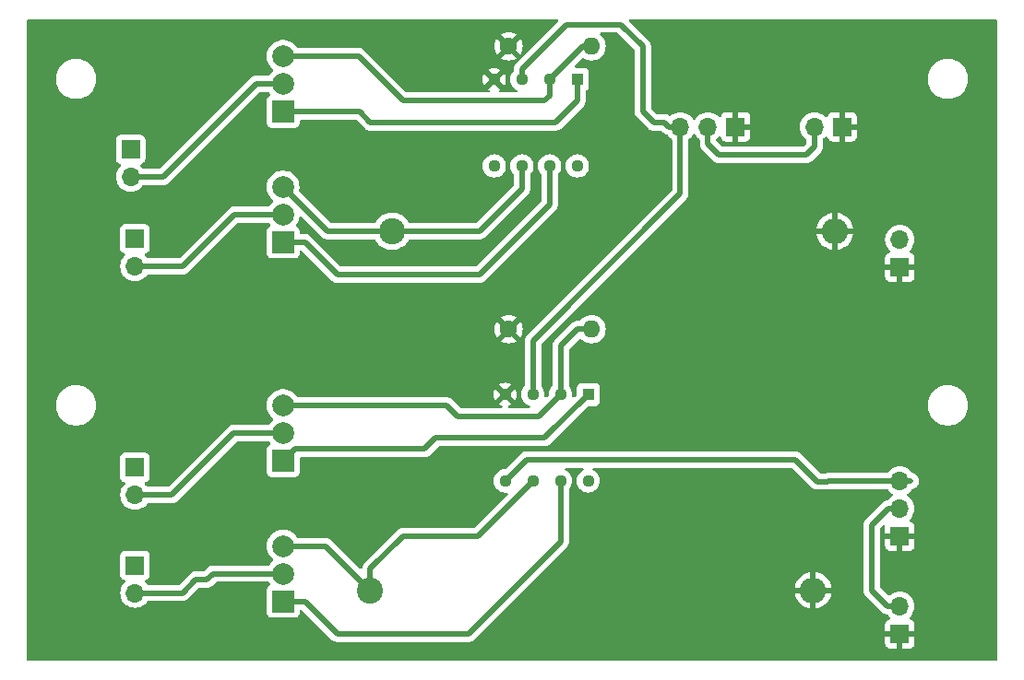
<source format=gbr>
%TF.GenerationSoftware,KiCad,Pcbnew,8.0.6*%
%TF.CreationDate,2025-01-20T16:12:01+00:00*%
%TF.ProjectId,custom_driver,63757374-6f6d-45f6-9472-697665722e6b,rev?*%
%TF.SameCoordinates,Original*%
%TF.FileFunction,Copper,L1,Top*%
%TF.FilePolarity,Positive*%
%FSLAX46Y46*%
G04 Gerber Fmt 4.6, Leading zero omitted, Abs format (unit mm)*
G04 Created by KiCad (PCBNEW 8.0.6) date 2025-01-20 16:12:01*
%MOMM*%
%LPD*%
G01*
G04 APERTURE LIST*
%TA.AperFunction,ComponentPad*%
%ADD10R,2.000000X2.000000*%
%TD*%
%TA.AperFunction,ComponentPad*%
%ADD11C,2.000000*%
%TD*%
%TA.AperFunction,ComponentPad*%
%ADD12R,1.700000X1.700000*%
%TD*%
%TA.AperFunction,ComponentPad*%
%ADD13O,1.700000X1.700000*%
%TD*%
%TA.AperFunction,ComponentPad*%
%ADD14C,1.600000*%
%TD*%
%TA.AperFunction,ComponentPad*%
%ADD15O,1.600000X1.600000*%
%TD*%
%TA.AperFunction,ComponentPad*%
%ADD16R,1.130000X1.130000*%
%TD*%
%TA.AperFunction,ComponentPad*%
%ADD17C,1.130000*%
%TD*%
%TA.AperFunction,ComponentPad*%
%ADD18C,2.400000*%
%TD*%
%TA.AperFunction,ComponentPad*%
%ADD19O,2.400000X2.400000*%
%TD*%
%TA.AperFunction,Conductor*%
%ADD20C,0.500000*%
%TD*%
G04 APERTURE END LIST*
D10*
%TO.P,Q4,1,G*%
%TO.N,G4*%
X119000000Y-71000000D03*
D11*
%TO.P,Q4,2,D*%
%TO.N,D4*%
X119000000Y-68460000D03*
%TO.P,Q4,3,S*%
%TO.N,S4*%
X119000000Y-65920000D03*
%TD*%
D12*
%TO.P,J9,1,Pin_1*%
%TO.N,+12V*%
X105000000Y-74460000D03*
D13*
%TO.P,J9,2,Pin_2*%
%TO.N,D4*%
X105000000Y-77000000D03*
%TD*%
D12*
%TO.P,J6,1,Pin_1*%
%TO.N,GND*%
X175600000Y-119000000D03*
D13*
%TO.P,J6,2,Pin_2*%
%TO.N,UVS*%
X175600000Y-116460000D03*
%TD*%
D12*
%TO.P,J8,1,Pin_1*%
%TO.N,+12V*%
X105400000Y-82700000D03*
D13*
%TO.P,J8,2,Pin_2*%
%TO.N,D2*%
X105400000Y-85240000D03*
%TD*%
D12*
%TO.P,J4,1,Pin_1*%
%TO.N,GND*%
X170300000Y-72400000D03*
D13*
%TO.P,J4,2,Pin_2*%
%TO.N,GRS*%
X167760000Y-72400000D03*
%TD*%
D14*
%TO.P,R3,1*%
%TO.N,GND*%
X139685000Y-91000000D03*
D15*
%TO.P,R3,2*%
%TO.N,S3*%
X147305000Y-91000000D03*
%TD*%
D12*
%TO.P,J1,1,Pin_1*%
%TO.N,+12V*%
X105400000Y-112700000D03*
D13*
%TO.P,J1,2,Pin_2*%
%TO.N,D1*%
X105400000Y-115240000D03*
%TD*%
D16*
%TO.P,U2,1*%
%TO.N,G4*%
X146000000Y-68060000D03*
D17*
%TO.P,U2,2*%
%TO.N,S4*%
X143460000Y-68060000D03*
%TO.P,U2,3*%
%TO.N,GRO*%
X140920000Y-68060000D03*
%TO.P,U2,4,GND*%
%TO.N,GND*%
X138380000Y-68060000D03*
%TO.P,U2,5*%
%TO.N,UVO*%
X138380000Y-76000000D03*
%TO.P,U2,6*%
%TO.N,S2*%
X140920000Y-76000000D03*
%TO.P,U2,7*%
%TO.N,G2*%
X143460000Y-76000000D03*
%TO.P,U2,8,V+*%
%TO.N,+12V*%
X146000000Y-76000000D03*
%TD*%
D12*
%TO.P,J7,1,Pin_1*%
%TO.N,GND*%
X175600000Y-110025000D03*
D13*
%TO.P,J7,2,Pin_2*%
%TO.N,UVS*%
X175600000Y-107485000D03*
%TO.P,J7,3,Pin_3*%
%TO.N,UVO*%
X175600000Y-104945000D03*
%TD*%
D12*
%TO.P,J3,1,Pin_1*%
%TO.N,GND*%
X175600000Y-85300000D03*
D13*
%TO.P,J3,2,Pin_2*%
%TO.N,+12V*%
X175600000Y-82760000D03*
%TD*%
D10*
%TO.P,Q1,1,G*%
%TO.N,G1*%
X119000000Y-116000000D03*
D11*
%TO.P,Q1,2,D*%
%TO.N,D1*%
X119000000Y-113460000D03*
%TO.P,Q1,3,S*%
%TO.N,S1*%
X119000000Y-110920000D03*
%TD*%
D10*
%TO.P,Q2,1,G*%
%TO.N,G2*%
X119000000Y-83000000D03*
D11*
%TO.P,Q2,2,D*%
%TO.N,D2*%
X119000000Y-80460000D03*
%TO.P,Q2,3,S*%
%TO.N,S2*%
X119000000Y-77920000D03*
%TD*%
D18*
%TO.P,R1,1*%
%TO.N,S1*%
X127000000Y-115000000D03*
D19*
%TO.P,R1,2*%
%TO.N,GND*%
X167640000Y-115000000D03*
%TD*%
D14*
%TO.P,R4,1*%
%TO.N,GND*%
X139685000Y-65000000D03*
D15*
%TO.P,R4,2*%
%TO.N,S4*%
X147305000Y-65000000D03*
%TD*%
D12*
%TO.P,J5,1,Pin_1*%
%TO.N,GND*%
X160525000Y-72400000D03*
D13*
%TO.P,J5,2,Pin_2*%
%TO.N,GRS*%
X157985000Y-72400000D03*
%TO.P,J5,3,Pin_3*%
%TO.N,GRO*%
X155445000Y-72400000D03*
%TD*%
D10*
%TO.P,Q3,1,G*%
%TO.N,G3*%
X119000000Y-103080000D03*
D11*
%TO.P,Q3,2,D*%
%TO.N,D3*%
X119000000Y-100540000D03*
%TO.P,Q3,3,S*%
%TO.N,S3*%
X119000000Y-98000000D03*
%TD*%
D16*
%TO.P,U1,1*%
%TO.N,G3*%
X147000000Y-97000000D03*
D17*
%TO.P,U1,2*%
%TO.N,S3*%
X144460000Y-97000000D03*
%TO.P,U1,3*%
%TO.N,GRO*%
X141920000Y-97000000D03*
%TO.P,U1,4,GND*%
%TO.N,GND*%
X139380000Y-97000000D03*
%TO.P,U1,5*%
%TO.N,UVO*%
X139380000Y-104940000D03*
%TO.P,U1,6*%
%TO.N,S1*%
X141920000Y-104940000D03*
%TO.P,U1,7*%
%TO.N,G1*%
X144460000Y-104940000D03*
%TO.P,U1,8,V+*%
%TO.N,+12V*%
X147000000Y-104940000D03*
%TD*%
D12*
%TO.P,J2,1,Pin_1*%
%TO.N,+12V*%
X105400000Y-103700000D03*
D13*
%TO.P,J2,2,Pin_2*%
%TO.N,D3*%
X105400000Y-106240000D03*
%TD*%
D18*
%TO.P,R2,1*%
%TO.N,S2*%
X129000000Y-82000000D03*
D19*
%TO.P,R2,2*%
%TO.N,GND*%
X169640000Y-82000000D03*
%TD*%
D20*
%TO.N,GRO*%
X155445000Y-78555000D02*
X155445000Y-72400000D01*
X141920000Y-97000000D02*
X141920000Y-92080000D01*
X141920000Y-92080000D02*
X155445000Y-78555000D01*
X154400000Y-72400000D02*
X155445000Y-72400000D01*
X152000000Y-71000000D02*
X153000000Y-72000000D01*
X152000000Y-65000000D02*
X152000000Y-71000000D01*
X150000000Y-63000000D02*
X152000000Y-65000000D01*
X153000000Y-72000000D02*
X154000000Y-72000000D01*
X145000000Y-63000000D02*
X150000000Y-63000000D01*
X140920000Y-67080000D02*
X145000000Y-63000000D01*
X154000000Y-72000000D02*
X154400000Y-72400000D01*
X140920000Y-68060000D02*
X140920000Y-67080000D01*
%TO.N,D4*%
X116540000Y-68460000D02*
X119000000Y-68460000D01*
X108000000Y-77000000D02*
X116540000Y-68460000D01*
X105000000Y-77000000D02*
X108000000Y-77000000D01*
%TO.N,D2*%
X114540000Y-80460000D02*
X119000000Y-80460000D01*
X109760000Y-85240000D02*
X114540000Y-80460000D01*
X105400000Y-85240000D02*
X109760000Y-85240000D01*
%TO.N,D3*%
X114460000Y-100540000D02*
X119000000Y-100540000D01*
X108760000Y-106240000D02*
X114460000Y-100540000D01*
X105400000Y-106240000D02*
X108760000Y-106240000D01*
%TO.N,D1*%
X112540000Y-113460000D02*
X119000000Y-113460000D01*
X111000000Y-114000000D02*
X112000000Y-114000000D01*
X112000000Y-114000000D02*
X112540000Y-113460000D01*
X109760000Y-115240000D02*
X111000000Y-114000000D01*
X105400000Y-115240000D02*
X109760000Y-115240000D01*
%TO.N,GRS*%
X167760000Y-72400000D02*
X167760000Y-74240000D01*
X157985000Y-73985000D02*
X157985000Y-72400000D01*
X167000000Y-75000000D02*
X159000000Y-75000000D01*
X159000000Y-75000000D02*
X157985000Y-73985000D01*
X167760000Y-74240000D02*
X167000000Y-75000000D01*
%TO.N,UVS*%
X174515000Y-107485000D02*
X175600000Y-107485000D01*
X174460000Y-116460000D02*
X173000000Y-115000000D01*
X173000000Y-115000000D02*
X173000000Y-109000000D01*
X174460000Y-116460000D02*
X175600000Y-116460000D01*
X173000000Y-109000000D02*
X174515000Y-107485000D01*
%TO.N,UVO*%
X141320000Y-103000000D02*
X166000000Y-103000000D01*
X169055000Y-104945000D02*
X176600000Y-104945000D01*
X139380000Y-104940000D02*
X141320000Y-103000000D01*
X168000000Y-105000000D02*
X169000000Y-105000000D01*
X166000000Y-103000000D02*
X168000000Y-105000000D01*
X169000000Y-105000000D02*
X169055000Y-104945000D01*
%TO.N,S1*%
X141920000Y-104940000D02*
X136860000Y-110000000D01*
X130000000Y-110000000D02*
X127000000Y-113000000D01*
X127000000Y-113000000D02*
X127000000Y-115000000D01*
X122920000Y-110920000D02*
X127000000Y-115000000D01*
X136860000Y-110000000D02*
X130000000Y-110000000D01*
X119000000Y-110920000D02*
X122920000Y-110920000D01*
%TO.N,G1*%
X119000000Y-116000000D02*
X121000000Y-116000000D01*
X136000000Y-119000000D02*
X144460000Y-110540000D01*
X124000000Y-119000000D02*
X136000000Y-119000000D01*
X144460000Y-110540000D02*
X144460000Y-104940000D01*
X121000000Y-116000000D02*
X124000000Y-119000000D01*
%TO.N,S2*%
X129000000Y-82000000D02*
X137000000Y-82000000D01*
X123080000Y-82000000D02*
X129000000Y-82000000D01*
X140920000Y-78080000D02*
X140920000Y-76000000D01*
X119000000Y-77920000D02*
X123080000Y-82000000D01*
X137000000Y-82000000D02*
X140920000Y-78080000D01*
%TO.N,G2*%
X143460000Y-76000000D02*
X143460000Y-79540000D01*
X143460000Y-79540000D02*
X137000000Y-86000000D01*
X137000000Y-86000000D02*
X124000000Y-86000000D01*
X124000000Y-86000000D02*
X121000000Y-83000000D01*
X121000000Y-83000000D02*
X119000000Y-83000000D01*
%TO.N,S3*%
X144460000Y-97000000D02*
X144460000Y-92540000D01*
X133015000Y-98015000D02*
X134015000Y-98015000D01*
X135000000Y-99000000D02*
X142460000Y-99000000D01*
X142460000Y-99000000D02*
X144460000Y-97000000D01*
X144460000Y-92540000D02*
X146000000Y-91000000D01*
X146000000Y-91000000D02*
X147305000Y-91000000D01*
X133000000Y-98000000D02*
X133015000Y-98015000D01*
X134015000Y-98015000D02*
X135000000Y-99000000D01*
X119000000Y-98000000D02*
X133000000Y-98000000D01*
%TO.N,G3*%
X143000000Y-101000000D02*
X147000000Y-97000000D01*
X133000000Y-101000000D02*
X143000000Y-101000000D01*
X119000000Y-103080000D02*
X120080000Y-102000000D01*
X132000000Y-102000000D02*
X133000000Y-101000000D01*
X120080000Y-102000000D02*
X132000000Y-102000000D01*
%TO.N,S4*%
X143000000Y-70000000D02*
X130000000Y-70000000D01*
X146520000Y-65000000D02*
X147305000Y-65000000D01*
X143460000Y-68060000D02*
X143460000Y-69540000D01*
X143460000Y-68060000D02*
X146520000Y-65000000D01*
X125920000Y-65920000D02*
X119000000Y-65920000D01*
X130000000Y-70000000D02*
X125920000Y-65920000D01*
X143460000Y-69540000D02*
X143000000Y-70000000D01*
%TO.N,G4*%
X119000000Y-71000000D02*
X126000000Y-71000000D01*
X146000000Y-70000000D02*
X146000000Y-68060000D01*
X127000000Y-72000000D02*
X144000000Y-72000000D01*
X126000000Y-71000000D02*
X127000000Y-72000000D01*
X144000000Y-72000000D02*
X146000000Y-70000000D01*
%TD*%
%TA.AperFunction,Conductor*%
%TO.N,GND*%
G36*
X144205810Y-62520185D02*
G01*
X144251565Y-62572989D01*
X144261509Y-62642147D01*
X144232484Y-62705703D01*
X144226452Y-62712181D01*
X140337047Y-66601584D01*
X140337043Y-66601589D01*
X140313647Y-66636606D01*
X140313647Y-66636607D01*
X140254913Y-66724508D01*
X140198343Y-66861082D01*
X140198340Y-66861092D01*
X140169500Y-67006079D01*
X140169500Y-67250562D01*
X140149815Y-67317601D01*
X140141353Y-67329227D01*
X140029783Y-67465174D01*
X140029779Y-67465181D01*
X139930844Y-67650276D01*
X139869917Y-67851123D01*
X139849345Y-68060000D01*
X139869917Y-68268876D01*
X139930844Y-68469723D01*
X140029779Y-68654818D01*
X140029783Y-68654825D01*
X140162932Y-68817067D01*
X140325174Y-68950216D01*
X140325181Y-68950220D01*
X140448512Y-69016142D01*
X140498356Y-69065104D01*
X140513817Y-69133242D01*
X140489986Y-69198921D01*
X140434428Y-69241290D01*
X140390059Y-69249500D01*
X138908880Y-69249500D01*
X138841841Y-69229815D01*
X138796086Y-69177011D01*
X138786142Y-69107853D01*
X138815167Y-69044297D01*
X138850427Y-69016142D01*
X138936553Y-68970106D01*
X138396448Y-68430000D01*
X138428711Y-68430000D01*
X138522815Y-68404785D01*
X138607186Y-68356074D01*
X138676074Y-68287186D01*
X138724785Y-68202815D01*
X138750000Y-68108711D01*
X138750000Y-68076447D01*
X139290105Y-68616552D01*
X139368690Y-68469532D01*
X139429590Y-68268774D01*
X139450152Y-68060000D01*
X139429590Y-67851225D01*
X139368690Y-67650465D01*
X139290106Y-67503445D01*
X138750000Y-68043551D01*
X138750000Y-68011289D01*
X138724785Y-67917185D01*
X138676074Y-67832814D01*
X138607186Y-67763926D01*
X138522815Y-67715215D01*
X138428711Y-67690000D01*
X138396448Y-67690000D01*
X138936552Y-67149893D01*
X138936552Y-67149892D01*
X138789534Y-67071309D01*
X138588772Y-67010409D01*
X138588776Y-67010409D01*
X138380000Y-66989847D01*
X138171225Y-67010409D01*
X137970471Y-67071307D01*
X137823446Y-67149893D01*
X138363553Y-67690000D01*
X138331289Y-67690000D01*
X138237185Y-67715215D01*
X138152814Y-67763926D01*
X138083926Y-67832814D01*
X138035215Y-67917185D01*
X138010000Y-68011289D01*
X138010000Y-68043552D01*
X137469893Y-67503446D01*
X137391307Y-67650471D01*
X137330409Y-67851225D01*
X137309847Y-68060000D01*
X137330409Y-68268774D01*
X137391309Y-68469534D01*
X137469892Y-68616552D01*
X137469893Y-68616552D01*
X138010000Y-68076446D01*
X138010000Y-68108711D01*
X138035215Y-68202815D01*
X138083926Y-68287186D01*
X138152814Y-68356074D01*
X138237185Y-68404785D01*
X138331289Y-68430000D01*
X138363553Y-68430000D01*
X137823445Y-68970106D01*
X137909572Y-69016142D01*
X137959417Y-69065104D01*
X137974877Y-69133242D01*
X137951045Y-69198922D01*
X137895487Y-69241291D01*
X137851119Y-69249500D01*
X130362229Y-69249500D01*
X130295190Y-69229815D01*
X130274548Y-69213181D01*
X128349221Y-67287854D01*
X126398416Y-65337048D01*
X126398415Y-65337047D01*
X126398413Y-65337045D01*
X126349179Y-65304150D01*
X126316355Y-65282218D01*
X126275495Y-65254916D01*
X126275494Y-65254915D01*
X126275492Y-65254914D01*
X126275490Y-65254913D01*
X126138917Y-65198343D01*
X126138907Y-65198340D01*
X125993920Y-65169500D01*
X125993918Y-65169500D01*
X120369136Y-65169500D01*
X120302097Y-65149815D01*
X120265327Y-65113322D01*
X120225695Y-65052661D01*
X120191288Y-64999997D01*
X138380034Y-64999997D01*
X138380034Y-65000002D01*
X138399858Y-65226599D01*
X138399860Y-65226610D01*
X138458730Y-65446317D01*
X138458735Y-65446331D01*
X138554863Y-65652478D01*
X138605974Y-65725472D01*
X139285000Y-65046446D01*
X139285000Y-65052661D01*
X139312259Y-65154394D01*
X139364920Y-65245606D01*
X139439394Y-65320080D01*
X139530606Y-65372741D01*
X139632339Y-65400000D01*
X139638553Y-65400000D01*
X138959526Y-66079025D01*
X139032513Y-66130132D01*
X139032521Y-66130136D01*
X139238668Y-66226264D01*
X139238682Y-66226269D01*
X139458389Y-66285139D01*
X139458400Y-66285141D01*
X139684998Y-66304966D01*
X139685002Y-66304966D01*
X139911599Y-66285141D01*
X139911610Y-66285139D01*
X140131317Y-66226269D01*
X140131331Y-66226264D01*
X140337478Y-66130136D01*
X140410471Y-66079024D01*
X139731447Y-65400000D01*
X139737661Y-65400000D01*
X139839394Y-65372741D01*
X139930606Y-65320080D01*
X140005080Y-65245606D01*
X140057741Y-65154394D01*
X140085000Y-65052661D01*
X140085000Y-65046447D01*
X140764024Y-65725471D01*
X140815136Y-65652478D01*
X140911264Y-65446331D01*
X140911269Y-65446317D01*
X140970139Y-65226610D01*
X140970141Y-65226599D01*
X140989966Y-65000002D01*
X140989966Y-64999997D01*
X140970141Y-64773400D01*
X140970139Y-64773389D01*
X140911269Y-64553682D01*
X140911264Y-64553668D01*
X140815136Y-64347521D01*
X140815132Y-64347513D01*
X140764025Y-64274526D01*
X140085000Y-64953551D01*
X140085000Y-64947339D01*
X140057741Y-64845606D01*
X140005080Y-64754394D01*
X139930606Y-64679920D01*
X139839394Y-64627259D01*
X139737661Y-64600000D01*
X139731448Y-64600000D01*
X140410472Y-63920974D01*
X140337478Y-63869863D01*
X140131331Y-63773735D01*
X140131317Y-63773730D01*
X139911610Y-63714860D01*
X139911599Y-63714858D01*
X139685002Y-63695034D01*
X139684998Y-63695034D01*
X139458400Y-63714858D01*
X139458389Y-63714860D01*
X139238682Y-63773730D01*
X139238673Y-63773734D01*
X139032516Y-63869866D01*
X139032512Y-63869868D01*
X138959526Y-63920973D01*
X138959526Y-63920974D01*
X139638553Y-64600000D01*
X139632339Y-64600000D01*
X139530606Y-64627259D01*
X139439394Y-64679920D01*
X139364920Y-64754394D01*
X139312259Y-64845606D01*
X139285000Y-64947339D01*
X139285000Y-64953552D01*
X138605974Y-64274526D01*
X138605973Y-64274526D01*
X138554868Y-64347512D01*
X138554866Y-64347516D01*
X138458734Y-64553673D01*
X138458730Y-64553682D01*
X138399860Y-64773389D01*
X138399858Y-64773400D01*
X138380034Y-64999997D01*
X120191288Y-64999997D01*
X120188164Y-64995215D01*
X120019744Y-64812262D01*
X119823509Y-64659526D01*
X119823507Y-64659525D01*
X119823506Y-64659524D01*
X119604811Y-64541172D01*
X119604802Y-64541169D01*
X119369616Y-64460429D01*
X119124335Y-64419500D01*
X118875665Y-64419500D01*
X118630383Y-64460429D01*
X118395197Y-64541169D01*
X118395188Y-64541172D01*
X118176493Y-64659524D01*
X117980257Y-64812261D01*
X117811833Y-64995217D01*
X117675826Y-65203393D01*
X117575936Y-65431118D01*
X117514892Y-65672175D01*
X117514890Y-65672187D01*
X117494357Y-65919994D01*
X117494357Y-65920005D01*
X117514890Y-66167812D01*
X117514892Y-66167824D01*
X117575936Y-66408881D01*
X117675826Y-66636606D01*
X117811833Y-66844782D01*
X117811835Y-66844784D01*
X117811836Y-66844785D01*
X117980256Y-67027738D01*
X118063008Y-67092147D01*
X118103821Y-67148857D01*
X118107496Y-67218630D01*
X118072864Y-67279313D01*
X118063014Y-67287848D01*
X117980256Y-67352262D01*
X117811836Y-67535215D01*
X117736540Y-67650465D01*
X117734673Y-67653322D01*
X117681526Y-67698678D01*
X117630864Y-67709500D01*
X116466080Y-67709500D01*
X116321092Y-67738340D01*
X116321082Y-67738343D01*
X116184509Y-67794913D01*
X116184507Y-67794914D01*
X116143645Y-67822218D01*
X116143643Y-67822219D01*
X116061589Y-67877043D01*
X116061584Y-67877047D01*
X107725451Y-76213181D01*
X107664128Y-76246666D01*
X107637770Y-76249500D01*
X106187701Y-76249500D01*
X106120662Y-76229815D01*
X106086126Y-76196623D01*
X106038496Y-76128600D01*
X106038495Y-76128599D01*
X105916567Y-76006671D01*
X105883084Y-75945351D01*
X105888068Y-75875659D01*
X105929939Y-75819725D01*
X105960915Y-75802810D01*
X106092331Y-75753796D01*
X106207546Y-75667546D01*
X106293796Y-75552331D01*
X106344091Y-75417483D01*
X106350500Y-75357873D01*
X106350499Y-73562128D01*
X106344091Y-73502517D01*
X106340201Y-73492088D01*
X106293797Y-73367671D01*
X106293793Y-73367664D01*
X106207547Y-73252455D01*
X106207544Y-73252452D01*
X106092335Y-73166206D01*
X106092328Y-73166202D01*
X105957482Y-73115908D01*
X105957483Y-73115908D01*
X105897883Y-73109501D01*
X105897881Y-73109500D01*
X105897873Y-73109500D01*
X105897864Y-73109500D01*
X104102129Y-73109500D01*
X104102123Y-73109501D01*
X104042516Y-73115908D01*
X103907671Y-73166202D01*
X103907664Y-73166206D01*
X103792455Y-73252452D01*
X103792452Y-73252455D01*
X103706206Y-73367664D01*
X103706202Y-73367671D01*
X103655908Y-73502517D01*
X103649501Y-73562116D01*
X103649501Y-73562123D01*
X103649500Y-73562135D01*
X103649500Y-75357870D01*
X103649501Y-75357876D01*
X103655908Y-75417483D01*
X103706202Y-75552328D01*
X103706206Y-75552335D01*
X103792452Y-75667544D01*
X103792455Y-75667547D01*
X103907664Y-75753793D01*
X103907671Y-75753797D01*
X104039081Y-75802810D01*
X104095015Y-75844681D01*
X104119432Y-75910145D01*
X104104580Y-75978418D01*
X104083430Y-76006673D01*
X103961503Y-76128600D01*
X103825965Y-76322169D01*
X103825964Y-76322171D01*
X103726098Y-76536335D01*
X103726094Y-76536344D01*
X103664938Y-76764586D01*
X103664936Y-76764596D01*
X103644341Y-76999999D01*
X103644341Y-77000000D01*
X103664936Y-77235403D01*
X103664938Y-77235413D01*
X103726094Y-77463655D01*
X103726096Y-77463659D01*
X103726097Y-77463663D01*
X103781723Y-77582952D01*
X103825965Y-77677830D01*
X103825967Y-77677834D01*
X103913873Y-77803376D01*
X103961505Y-77871401D01*
X104128599Y-78038495D01*
X104225384Y-78106265D01*
X104322165Y-78174032D01*
X104322167Y-78174033D01*
X104322170Y-78174035D01*
X104536337Y-78273903D01*
X104764592Y-78335063D01*
X104952918Y-78351539D01*
X104999999Y-78355659D01*
X105000000Y-78355659D01*
X105000001Y-78355659D01*
X105039234Y-78352226D01*
X105235408Y-78335063D01*
X105463663Y-78273903D01*
X105677830Y-78174035D01*
X105871401Y-78038495D01*
X106038495Y-77871401D01*
X106086127Y-77803376D01*
X106140704Y-77759751D01*
X106187701Y-77750500D01*
X108073920Y-77750500D01*
X108171462Y-77731096D01*
X108218913Y-77721658D01*
X108355495Y-77665084D01*
X108410748Y-77628165D01*
X108478416Y-77582952D01*
X110061368Y-76000000D01*
X137309345Y-76000000D01*
X137329917Y-76208876D01*
X137390844Y-76409723D01*
X137489779Y-76594818D01*
X137489783Y-76594825D01*
X137622932Y-76757067D01*
X137785174Y-76890216D01*
X137785181Y-76890220D01*
X137970276Y-76989155D01*
X137970278Y-76989156D01*
X138171126Y-77050083D01*
X138380000Y-77070655D01*
X138588874Y-77050083D01*
X138789722Y-76989156D01*
X138974824Y-76890217D01*
X139137067Y-76757067D01*
X139270217Y-76594824D01*
X139369156Y-76409722D01*
X139430083Y-76208874D01*
X139450655Y-76000000D01*
X139430083Y-75791126D01*
X139369156Y-75590278D01*
X139348871Y-75552328D01*
X139270220Y-75405181D01*
X139270216Y-75405174D01*
X139137067Y-75242932D01*
X138974825Y-75109783D01*
X138974818Y-75109779D01*
X138789723Y-75010844D01*
X138588876Y-74949917D01*
X138380000Y-74929345D01*
X138171123Y-74949917D01*
X137970276Y-75010844D01*
X137785181Y-75109779D01*
X137785174Y-75109783D01*
X137622932Y-75242932D01*
X137489783Y-75405174D01*
X137489779Y-75405181D01*
X137390844Y-75590276D01*
X137329917Y-75791123D01*
X137309345Y-76000000D01*
X110061368Y-76000000D01*
X116814549Y-69246819D01*
X116875872Y-69213334D01*
X116902230Y-69210500D01*
X117630864Y-69210500D01*
X117697903Y-69230185D01*
X117734672Y-69266678D01*
X117806741Y-69376987D01*
X117826929Y-69443877D01*
X117807750Y-69511062D01*
X117762367Y-69553637D01*
X117757670Y-69556201D01*
X117642455Y-69642452D01*
X117642452Y-69642455D01*
X117556206Y-69757664D01*
X117556202Y-69757671D01*
X117505908Y-69892517D01*
X117499501Y-69952116D01*
X117499501Y-69952123D01*
X117499500Y-69952135D01*
X117499500Y-72047870D01*
X117499501Y-72047876D01*
X117505908Y-72107483D01*
X117556202Y-72242328D01*
X117556206Y-72242335D01*
X117642452Y-72357544D01*
X117642455Y-72357547D01*
X117757664Y-72443793D01*
X117757671Y-72443797D01*
X117892517Y-72494091D01*
X117892516Y-72494091D01*
X117899444Y-72494835D01*
X117952127Y-72500500D01*
X120047872Y-72500499D01*
X120107483Y-72494091D01*
X120242331Y-72443796D01*
X120357546Y-72357546D01*
X120443796Y-72242331D01*
X120494091Y-72107483D01*
X120500500Y-72047873D01*
X120500500Y-71874500D01*
X120520185Y-71807461D01*
X120572989Y-71761706D01*
X120624500Y-71750500D01*
X125637770Y-71750500D01*
X125704809Y-71770185D01*
X125725451Y-71786819D01*
X126417049Y-72478416D01*
X126521584Y-72582951D01*
X126521587Y-72582953D01*
X126521588Y-72582954D01*
X126644503Y-72665083D01*
X126644506Y-72665085D01*
X126701079Y-72688518D01*
X126701080Y-72688518D01*
X126781088Y-72721659D01*
X126897241Y-72744763D01*
X126916468Y-72748587D01*
X126926081Y-72750500D01*
X126926082Y-72750500D01*
X144073920Y-72750500D01*
X144171462Y-72731096D01*
X144218913Y-72721658D01*
X144355495Y-72665084D01*
X144424595Y-72618913D01*
X144478416Y-72582952D01*
X146582951Y-70478416D01*
X146623955Y-70417049D01*
X146665084Y-70355495D01*
X146721658Y-70218913D01*
X146731096Y-70171462D01*
X146750500Y-70073920D01*
X146750500Y-69173400D01*
X146770185Y-69106361D01*
X146802343Y-69076934D01*
X146800231Y-69074112D01*
X146880136Y-69014293D01*
X146922546Y-68982546D01*
X147008796Y-68867331D01*
X147059091Y-68732483D01*
X147065500Y-68672873D01*
X147065499Y-67447128D01*
X147059091Y-67387517D01*
X147052628Y-67370190D01*
X147008797Y-67252671D01*
X147008793Y-67252664D01*
X146922547Y-67137455D01*
X146922544Y-67137452D01*
X146807335Y-67051206D01*
X146807328Y-67051202D01*
X146672482Y-67000908D01*
X146672483Y-67000908D01*
X146612883Y-66994501D01*
X146612881Y-66994500D01*
X146612873Y-66994500D01*
X146612865Y-66994500D01*
X145886228Y-66994500D01*
X145819189Y-66974815D01*
X145773434Y-66922011D01*
X145763490Y-66852853D01*
X145792515Y-66789297D01*
X145798547Y-66782819D01*
X145979782Y-66601584D01*
X146460199Y-66121167D01*
X146521520Y-66087684D01*
X146591212Y-66092668D01*
X146618993Y-66107270D01*
X146652266Y-66130568D01*
X146858504Y-66226739D01*
X147078308Y-66285635D01*
X147240230Y-66299801D01*
X147304998Y-66305468D01*
X147305000Y-66305468D01*
X147305002Y-66305468D01*
X147361673Y-66300509D01*
X147531692Y-66285635D01*
X147751496Y-66226739D01*
X147957734Y-66130568D01*
X148144139Y-66000047D01*
X148305047Y-65839139D01*
X148435568Y-65652734D01*
X148531739Y-65446496D01*
X148590635Y-65226692D01*
X148610468Y-65000000D01*
X148610049Y-64995215D01*
X148591316Y-64781092D01*
X148590635Y-64773308D01*
X148531739Y-64553504D01*
X148435568Y-64347266D01*
X148305047Y-64160861D01*
X148305045Y-64160858D01*
X148144141Y-63999954D01*
X148110038Y-63976075D01*
X148066413Y-63921498D01*
X148059219Y-63852000D01*
X148090742Y-63789645D01*
X148150971Y-63754231D01*
X148181161Y-63750500D01*
X149637770Y-63750500D01*
X149704809Y-63770185D01*
X149725451Y-63786819D01*
X151213181Y-65274548D01*
X151246666Y-65335871D01*
X151249500Y-65362229D01*
X151249500Y-71073918D01*
X151249500Y-71073920D01*
X151249499Y-71073920D01*
X151278340Y-71218907D01*
X151278343Y-71218917D01*
X151334911Y-71355487D01*
X151334915Y-71355493D01*
X151334916Y-71355495D01*
X151338930Y-71361502D01*
X151338931Y-71361505D01*
X151338932Y-71361505D01*
X151393130Y-71442620D01*
X151417051Y-71478420D01*
X151417052Y-71478421D01*
X152417049Y-72478416D01*
X152521584Y-72582951D01*
X152521587Y-72582953D01*
X152521588Y-72582954D01*
X152644503Y-72665083D01*
X152644506Y-72665085D01*
X152701079Y-72688518D01*
X152701080Y-72688518D01*
X152781088Y-72721659D01*
X152897241Y-72744763D01*
X152916468Y-72748587D01*
X152926081Y-72750500D01*
X152926082Y-72750500D01*
X152926083Y-72750500D01*
X153073918Y-72750500D01*
X153637771Y-72750500D01*
X153704810Y-72770185D01*
X153725452Y-72786819D01*
X153921580Y-72982948D01*
X153921584Y-72982951D01*
X154044498Y-73065080D01*
X154044511Y-73065087D01*
X154181082Y-73121656D01*
X154181087Y-73121658D01*
X154272337Y-73139808D01*
X154334245Y-73172192D01*
X154349719Y-73190302D01*
X154406506Y-73271403D01*
X154573595Y-73438492D01*
X154573598Y-73438494D01*
X154573599Y-73438495D01*
X154641623Y-73486125D01*
X154685248Y-73540701D01*
X154694500Y-73587700D01*
X154694500Y-78192770D01*
X154674815Y-78259809D01*
X154658181Y-78280451D01*
X141337048Y-91601583D01*
X141315763Y-91633439D01*
X141294620Y-91665084D01*
X141274768Y-91694794D01*
X141254916Y-91724504D01*
X141254912Y-91724511D01*
X141198343Y-91861082D01*
X141198340Y-91861092D01*
X141169500Y-92006079D01*
X141169500Y-96190562D01*
X141149815Y-96257601D01*
X141141353Y-96269227D01*
X141029783Y-96405174D01*
X141029779Y-96405181D01*
X140930844Y-96590276D01*
X140869917Y-96791123D01*
X140849345Y-97000000D01*
X140869917Y-97208876D01*
X140930844Y-97409723D01*
X141029779Y-97594818D01*
X141029783Y-97594825D01*
X141162932Y-97757067D01*
X141325174Y-97890216D01*
X141325181Y-97890220D01*
X141510271Y-97989153D01*
X141510274Y-97989153D01*
X141510278Y-97989156D01*
X141568575Y-98006840D01*
X141627011Y-98045137D01*
X141655468Y-98108949D01*
X141644907Y-98178016D01*
X141598682Y-98230410D01*
X141532577Y-98249500D01*
X139765701Y-98249500D01*
X139698662Y-98229815D01*
X139652907Y-98177011D01*
X139642963Y-98107853D01*
X139671988Y-98044297D01*
X139729706Y-98006839D01*
X139789532Y-97988690D01*
X139936553Y-97910105D01*
X139396448Y-97370000D01*
X139428711Y-97370000D01*
X139522815Y-97344785D01*
X139607186Y-97296074D01*
X139676074Y-97227186D01*
X139724785Y-97142815D01*
X139750000Y-97048711D01*
X139750000Y-97016447D01*
X140290105Y-97556552D01*
X140368690Y-97409532D01*
X140429590Y-97208774D01*
X140450152Y-97000000D01*
X140429590Y-96791225D01*
X140368690Y-96590465D01*
X140290106Y-96443445D01*
X139750000Y-96983551D01*
X139750000Y-96951289D01*
X139724785Y-96857185D01*
X139676074Y-96772814D01*
X139607186Y-96703926D01*
X139522815Y-96655215D01*
X139428711Y-96630000D01*
X139396448Y-96630000D01*
X139936552Y-96089893D01*
X139936552Y-96089892D01*
X139789534Y-96011309D01*
X139588772Y-95950409D01*
X139588776Y-95950409D01*
X139380000Y-95929847D01*
X139171225Y-95950409D01*
X138970471Y-96011307D01*
X138823446Y-96089893D01*
X139363553Y-96630000D01*
X139331289Y-96630000D01*
X139237185Y-96655215D01*
X139152814Y-96703926D01*
X139083926Y-96772814D01*
X139035215Y-96857185D01*
X139010000Y-96951289D01*
X139010000Y-96983552D01*
X138469893Y-96443446D01*
X138391307Y-96590471D01*
X138330409Y-96791225D01*
X138309847Y-97000000D01*
X138330409Y-97208774D01*
X138391309Y-97409534D01*
X138469892Y-97556552D01*
X138469893Y-97556552D01*
X139010000Y-97016446D01*
X139010000Y-97048711D01*
X139035215Y-97142815D01*
X139083926Y-97227186D01*
X139152814Y-97296074D01*
X139237185Y-97344785D01*
X139331289Y-97370000D01*
X139363553Y-97370000D01*
X138823445Y-97910106D01*
X138970465Y-97988690D01*
X139030294Y-98006839D01*
X139088733Y-98045137D01*
X139117189Y-98108949D01*
X139106629Y-98178016D01*
X139060405Y-98230410D01*
X138994299Y-98249500D01*
X135362229Y-98249500D01*
X135295190Y-98229815D01*
X135274548Y-98213181D01*
X134493421Y-97432052D01*
X134493420Y-97432051D01*
X134460003Y-97409723D01*
X134388906Y-97362218D01*
X134388906Y-97362217D01*
X134370495Y-97349916D01*
X134370490Y-97349913D01*
X134233917Y-97293343D01*
X134233907Y-97293340D01*
X134088920Y-97264500D01*
X134088918Y-97264500D01*
X133161539Y-97264500D01*
X133137347Y-97262117D01*
X133073920Y-97249500D01*
X133073918Y-97249500D01*
X120369136Y-97249500D01*
X120302097Y-97229815D01*
X120265327Y-97193322D01*
X120232329Y-97142815D01*
X120188164Y-97075215D01*
X120019744Y-96892262D01*
X119823509Y-96739526D01*
X119823507Y-96739525D01*
X119823506Y-96739524D01*
X119604811Y-96621172D01*
X119604802Y-96621169D01*
X119369616Y-96540429D01*
X119124335Y-96499500D01*
X118875665Y-96499500D01*
X118630383Y-96540429D01*
X118395197Y-96621169D01*
X118395188Y-96621172D01*
X118176493Y-96739524D01*
X117980257Y-96892261D01*
X117811833Y-97075217D01*
X117675826Y-97283393D01*
X117575936Y-97511118D01*
X117514892Y-97752175D01*
X117514890Y-97752187D01*
X117494357Y-97999994D01*
X117494357Y-98000005D01*
X117514890Y-98247812D01*
X117514892Y-98247824D01*
X117575936Y-98488881D01*
X117675826Y-98716606D01*
X117811833Y-98924782D01*
X117811835Y-98924784D01*
X117811836Y-98924785D01*
X117980256Y-99107738D01*
X118063008Y-99172147D01*
X118103821Y-99228857D01*
X118107496Y-99298630D01*
X118072864Y-99359313D01*
X118063014Y-99367848D01*
X117980256Y-99432262D01*
X117811836Y-99615215D01*
X117780472Y-99663222D01*
X117734673Y-99733322D01*
X117681526Y-99778678D01*
X117630864Y-99789500D01*
X114386080Y-99789500D01*
X114241092Y-99818340D01*
X114241082Y-99818343D01*
X114104511Y-99874912D01*
X114104498Y-99874919D01*
X113981584Y-99957048D01*
X113981580Y-99957051D01*
X108485451Y-105453181D01*
X108424128Y-105486666D01*
X108397770Y-105489500D01*
X106587701Y-105489500D01*
X106520662Y-105469815D01*
X106486126Y-105436623D01*
X106438496Y-105368600D01*
X106419618Y-105349722D01*
X106316567Y-105246671D01*
X106283084Y-105185351D01*
X106288068Y-105115659D01*
X106329939Y-105059725D01*
X106360915Y-105042810D01*
X106492331Y-104993796D01*
X106607546Y-104907546D01*
X106693796Y-104792331D01*
X106744091Y-104657483D01*
X106750500Y-104597873D01*
X106750499Y-102802128D01*
X106744091Y-102742517D01*
X106736311Y-102721659D01*
X106693797Y-102607671D01*
X106693793Y-102607664D01*
X106607547Y-102492455D01*
X106607544Y-102492452D01*
X106492335Y-102406206D01*
X106492328Y-102406202D01*
X106357482Y-102355908D01*
X106357483Y-102355908D01*
X106297883Y-102349501D01*
X106297881Y-102349500D01*
X106297873Y-102349500D01*
X106297864Y-102349500D01*
X104502129Y-102349500D01*
X104502123Y-102349501D01*
X104442516Y-102355908D01*
X104307671Y-102406202D01*
X104307664Y-102406206D01*
X104192455Y-102492452D01*
X104192452Y-102492455D01*
X104106206Y-102607664D01*
X104106202Y-102607671D01*
X104055908Y-102742517D01*
X104049501Y-102802116D01*
X104049501Y-102802123D01*
X104049500Y-102802135D01*
X104049500Y-104597870D01*
X104049501Y-104597876D01*
X104055908Y-104657483D01*
X104106202Y-104792328D01*
X104106206Y-104792335D01*
X104192452Y-104907544D01*
X104192455Y-104907547D01*
X104307664Y-104993793D01*
X104307671Y-104993797D01*
X104439081Y-105042810D01*
X104495015Y-105084681D01*
X104519432Y-105150145D01*
X104504580Y-105218418D01*
X104483430Y-105246673D01*
X104361503Y-105368600D01*
X104225965Y-105562169D01*
X104225964Y-105562171D01*
X104126098Y-105776335D01*
X104126094Y-105776344D01*
X104064938Y-106004586D01*
X104064936Y-106004596D01*
X104044341Y-106239999D01*
X104044341Y-106240000D01*
X104064936Y-106475403D01*
X104064938Y-106475413D01*
X104126094Y-106703655D01*
X104126096Y-106703659D01*
X104126097Y-106703663D01*
X104193038Y-106847218D01*
X104225965Y-106917830D01*
X104225967Y-106917834D01*
X104298440Y-107021335D01*
X104361505Y-107111401D01*
X104528599Y-107278495D01*
X104625384Y-107346265D01*
X104722165Y-107414032D01*
X104722167Y-107414033D01*
X104722170Y-107414035D01*
X104936337Y-107513903D01*
X105164592Y-107575063D01*
X105352918Y-107591539D01*
X105399999Y-107595659D01*
X105400000Y-107595659D01*
X105400001Y-107595659D01*
X105439234Y-107592226D01*
X105635408Y-107575063D01*
X105863663Y-107513903D01*
X106077830Y-107414035D01*
X106271401Y-107278495D01*
X106438495Y-107111401D01*
X106486127Y-107043376D01*
X106540704Y-106999751D01*
X106587701Y-106990500D01*
X108833920Y-106990500D01*
X108931462Y-106971096D01*
X108978913Y-106961658D01*
X109115495Y-106905084D01*
X109164729Y-106872186D01*
X109238416Y-106822952D01*
X114734548Y-101326818D01*
X114795871Y-101293334D01*
X114822229Y-101290500D01*
X117630864Y-101290500D01*
X117697903Y-101310185D01*
X117734672Y-101346678D01*
X117806741Y-101456987D01*
X117826929Y-101523877D01*
X117807750Y-101591062D01*
X117762367Y-101633637D01*
X117757670Y-101636201D01*
X117642455Y-101722452D01*
X117642452Y-101722455D01*
X117556206Y-101837664D01*
X117556202Y-101837671D01*
X117505908Y-101972517D01*
X117499501Y-102032116D01*
X117499500Y-102032135D01*
X117499500Y-104127870D01*
X117499501Y-104127876D01*
X117505908Y-104187483D01*
X117556202Y-104322328D01*
X117556206Y-104322335D01*
X117642452Y-104437544D01*
X117642455Y-104437547D01*
X117757664Y-104523793D01*
X117757671Y-104523797D01*
X117892517Y-104574091D01*
X117892516Y-104574091D01*
X117899444Y-104574835D01*
X117952127Y-104580500D01*
X120047872Y-104580499D01*
X120107483Y-104574091D01*
X120242331Y-104523796D01*
X120357546Y-104437546D01*
X120443796Y-104322331D01*
X120494091Y-104187483D01*
X120500500Y-104127873D01*
X120500499Y-102874499D01*
X120520184Y-102807461D01*
X120572987Y-102761706D01*
X120624499Y-102750500D01*
X132073920Y-102750500D01*
X132171462Y-102731096D01*
X132218913Y-102721658D01*
X132355495Y-102665084D01*
X132404729Y-102632186D01*
X132478416Y-102582952D01*
X133274548Y-101786818D01*
X133335871Y-101753334D01*
X133362229Y-101750500D01*
X143073920Y-101750500D01*
X143171462Y-101731096D01*
X143218913Y-101721658D01*
X143355495Y-101665084D01*
X143404729Y-101632186D01*
X143478416Y-101582952D01*
X146959548Y-98101817D01*
X147020871Y-98068333D01*
X147047229Y-98065499D01*
X147612871Y-98065499D01*
X147612872Y-98065499D01*
X147672483Y-98059091D01*
X147807331Y-98008796D01*
X147922546Y-97922546D01*
X147955361Y-97878711D01*
X178149500Y-97878711D01*
X178149500Y-98121288D01*
X178181161Y-98361785D01*
X178243947Y-98596104D01*
X178322267Y-98785185D01*
X178336776Y-98820212D01*
X178458064Y-99030289D01*
X178458066Y-99030292D01*
X178458067Y-99030293D01*
X178605733Y-99222736D01*
X178605739Y-99222743D01*
X178777256Y-99394260D01*
X178777262Y-99394265D01*
X178969711Y-99541936D01*
X179179788Y-99663224D01*
X179403900Y-99756054D01*
X179638211Y-99818838D01*
X179818586Y-99842584D01*
X179878711Y-99850500D01*
X179878712Y-99850500D01*
X180121289Y-99850500D01*
X180169388Y-99844167D01*
X180361789Y-99818838D01*
X180596100Y-99756054D01*
X180820212Y-99663224D01*
X181030289Y-99541936D01*
X181222738Y-99394265D01*
X181394265Y-99222738D01*
X181541936Y-99030289D01*
X181663224Y-98820212D01*
X181756054Y-98596100D01*
X181818838Y-98361789D01*
X181850500Y-98121288D01*
X181850500Y-97878712D01*
X181818838Y-97638211D01*
X181756054Y-97403900D01*
X181663224Y-97179788D01*
X181541936Y-96969711D01*
X181394265Y-96777262D01*
X181394260Y-96777256D01*
X181222743Y-96605739D01*
X181222736Y-96605733D01*
X181030293Y-96458067D01*
X181030292Y-96458066D01*
X181030289Y-96458064D01*
X180820212Y-96336776D01*
X180797859Y-96327517D01*
X180596104Y-96243947D01*
X180404733Y-96192669D01*
X180361789Y-96181162D01*
X180361788Y-96181161D01*
X180361785Y-96181161D01*
X180121289Y-96149500D01*
X180121288Y-96149500D01*
X179878712Y-96149500D01*
X179878711Y-96149500D01*
X179638214Y-96181161D01*
X179403895Y-96243947D01*
X179179794Y-96336773D01*
X179179785Y-96336777D01*
X178969706Y-96458067D01*
X178777263Y-96605733D01*
X178777256Y-96605739D01*
X178605739Y-96777256D01*
X178605733Y-96777263D01*
X178458067Y-96969706D01*
X178336777Y-97179785D01*
X178336773Y-97179794D01*
X178243947Y-97403895D01*
X178181161Y-97638214D01*
X178149500Y-97878711D01*
X147955361Y-97878711D01*
X148008796Y-97807331D01*
X148059091Y-97672483D01*
X148065500Y-97612873D01*
X148065499Y-96387128D01*
X148059091Y-96327517D01*
X148037350Y-96269227D01*
X148008797Y-96192671D01*
X148008793Y-96192664D01*
X147922547Y-96077455D01*
X147922544Y-96077452D01*
X147807335Y-95991206D01*
X147807328Y-95991202D01*
X147672482Y-95940908D01*
X147672483Y-95940908D01*
X147612883Y-95934501D01*
X147612881Y-95934500D01*
X147612873Y-95934500D01*
X147612864Y-95934500D01*
X146387129Y-95934500D01*
X146387123Y-95934501D01*
X146327516Y-95940908D01*
X146192671Y-95991202D01*
X146192664Y-95991206D01*
X146077455Y-96077452D01*
X146077452Y-96077455D01*
X145991206Y-96192664D01*
X145991202Y-96192671D01*
X145940908Y-96327517D01*
X145939913Y-96336777D01*
X145934501Y-96387123D01*
X145934500Y-96387135D01*
X145934500Y-96952770D01*
X145914815Y-97019809D01*
X145898185Y-97040446D01*
X145809972Y-97128660D01*
X145731135Y-97207497D01*
X145669812Y-97240981D01*
X145600120Y-97235997D01*
X145544187Y-97194125D01*
X145519770Y-97128661D01*
X145520051Y-97107661D01*
X145530655Y-97000000D01*
X145510083Y-96791126D01*
X145449156Y-96590278D01*
X145350217Y-96405176D01*
X145350216Y-96405174D01*
X145238647Y-96269227D01*
X145211334Y-96204917D01*
X145210500Y-96190562D01*
X145210500Y-92902229D01*
X145230185Y-92835190D01*
X145246814Y-92814552D01*
X146175909Y-91885457D01*
X146237232Y-91851973D01*
X146306924Y-91856957D01*
X146351271Y-91885458D01*
X146465858Y-92000045D01*
X146465861Y-92000047D01*
X146652266Y-92130568D01*
X146858504Y-92226739D01*
X147078308Y-92285635D01*
X147240230Y-92299801D01*
X147304998Y-92305468D01*
X147305000Y-92305468D01*
X147305002Y-92305468D01*
X147361673Y-92300509D01*
X147531692Y-92285635D01*
X147751496Y-92226739D01*
X147957734Y-92130568D01*
X148144139Y-92000047D01*
X148305047Y-91839139D01*
X148435568Y-91652734D01*
X148531739Y-91446496D01*
X148590635Y-91226692D01*
X148610468Y-91000000D01*
X148590635Y-90773308D01*
X148531739Y-90553504D01*
X148435568Y-90347266D01*
X148305047Y-90160861D01*
X148305045Y-90160858D01*
X148144141Y-89999954D01*
X147957734Y-89869432D01*
X147957732Y-89869431D01*
X147751497Y-89773261D01*
X147751488Y-89773258D01*
X147531697Y-89714366D01*
X147531693Y-89714365D01*
X147531692Y-89714365D01*
X147531691Y-89714364D01*
X147531686Y-89714364D01*
X147305002Y-89694532D01*
X147304998Y-89694532D01*
X147078313Y-89714364D01*
X147078302Y-89714366D01*
X146858511Y-89773258D01*
X146858502Y-89773261D01*
X146652267Y-89869431D01*
X146652265Y-89869432D01*
X146465858Y-89999954D01*
X146304954Y-90160858D01*
X146279912Y-90196623D01*
X146225335Y-90240248D01*
X146178337Y-90249500D01*
X145926080Y-90249500D01*
X145781092Y-90278340D01*
X145781086Y-90278342D01*
X145644508Y-90334914D01*
X145644496Y-90334921D01*
X145595269Y-90367813D01*
X145521588Y-90417044D01*
X145521580Y-90417050D01*
X143877049Y-92061581D01*
X143830954Y-92130567D01*
X143830955Y-92130568D01*
X143794914Y-92184508D01*
X143738343Y-92321082D01*
X143738340Y-92321092D01*
X143709500Y-92466079D01*
X143709500Y-96190562D01*
X143689815Y-96257601D01*
X143681353Y-96269227D01*
X143569783Y-96405174D01*
X143569779Y-96405181D01*
X143470844Y-96590276D01*
X143409917Y-96791123D01*
X143392679Y-96966146D01*
X143366518Y-97030933D01*
X143356957Y-97041673D01*
X143191135Y-97207495D01*
X143129812Y-97240980D01*
X143060120Y-97235996D01*
X143004187Y-97194124D01*
X142979770Y-97128660D01*
X142980051Y-97107661D01*
X142990655Y-97000000D01*
X142970083Y-96791126D01*
X142909156Y-96590278D01*
X142810217Y-96405176D01*
X142810216Y-96405174D01*
X142698647Y-96269227D01*
X142671334Y-96204917D01*
X142670500Y-96190562D01*
X142670500Y-92442229D01*
X142690185Y-92375190D01*
X142706819Y-92354548D01*
X153311367Y-81750000D01*
X167953968Y-81750000D01*
X169091518Y-81750000D01*
X169080889Y-81768409D01*
X169040000Y-81921009D01*
X169040000Y-82078991D01*
X169080889Y-82231591D01*
X169091518Y-82250000D01*
X167953968Y-82250000D01*
X167954274Y-82254079D01*
X167954275Y-82254086D01*
X168010967Y-82502475D01*
X168010973Y-82502494D01*
X168104058Y-82739671D01*
X168104057Y-82739671D01*
X168231455Y-82960328D01*
X168390320Y-83159540D01*
X168577097Y-83332842D01*
X168787616Y-83476371D01*
X168787624Y-83476376D01*
X169017176Y-83586921D01*
X169017174Y-83586921D01*
X169260652Y-83662024D01*
X169260660Y-83662026D01*
X169390000Y-83681520D01*
X169390000Y-82548482D01*
X169408409Y-82559111D01*
X169561009Y-82600000D01*
X169718991Y-82600000D01*
X169871591Y-82559111D01*
X169890000Y-82548482D01*
X169890000Y-83681519D01*
X170019339Y-83662026D01*
X170019347Y-83662024D01*
X170262824Y-83586921D01*
X170492376Y-83476376D01*
X170492377Y-83476375D01*
X170702905Y-83332840D01*
X170889679Y-83159540D01*
X171048544Y-82960328D01*
X171164205Y-82759999D01*
X174244341Y-82759999D01*
X174244341Y-82760000D01*
X174264936Y-82995403D01*
X174264938Y-82995413D01*
X174326094Y-83223655D01*
X174326096Y-83223659D01*
X174326097Y-83223663D01*
X174377007Y-83332840D01*
X174425965Y-83437830D01*
X174425967Y-83437834D01*
X174453258Y-83476809D01*
X174561501Y-83631396D01*
X174561506Y-83631402D01*
X174683818Y-83753714D01*
X174717303Y-83815037D01*
X174712319Y-83884729D01*
X174670447Y-83940662D01*
X174639471Y-83957577D01*
X174507912Y-84006646D01*
X174507906Y-84006649D01*
X174392812Y-84092809D01*
X174392809Y-84092812D01*
X174306649Y-84207906D01*
X174306645Y-84207913D01*
X174256403Y-84342620D01*
X174256401Y-84342627D01*
X174250000Y-84402155D01*
X174250000Y-85050000D01*
X175166988Y-85050000D01*
X175134075Y-85107007D01*
X175100000Y-85234174D01*
X175100000Y-85365826D01*
X175134075Y-85492993D01*
X175166988Y-85550000D01*
X174250000Y-85550000D01*
X174250000Y-86197844D01*
X174256401Y-86257372D01*
X174256403Y-86257379D01*
X174306645Y-86392086D01*
X174306649Y-86392093D01*
X174392809Y-86507187D01*
X174392812Y-86507190D01*
X174507906Y-86593350D01*
X174507913Y-86593354D01*
X174642620Y-86643596D01*
X174642627Y-86643598D01*
X174702155Y-86649999D01*
X174702172Y-86650000D01*
X175350000Y-86650000D01*
X175350000Y-85733012D01*
X175407007Y-85765925D01*
X175534174Y-85800000D01*
X175665826Y-85800000D01*
X175792993Y-85765925D01*
X175850000Y-85733012D01*
X175850000Y-86650000D01*
X176497828Y-86650000D01*
X176497844Y-86649999D01*
X176557372Y-86643598D01*
X176557379Y-86643596D01*
X176692086Y-86593354D01*
X176692093Y-86593350D01*
X176807187Y-86507190D01*
X176807190Y-86507187D01*
X176893350Y-86392093D01*
X176893354Y-86392086D01*
X176943596Y-86257379D01*
X176943598Y-86257372D01*
X176949999Y-86197844D01*
X176950000Y-86197827D01*
X176950000Y-85550000D01*
X176033012Y-85550000D01*
X176065925Y-85492993D01*
X176100000Y-85365826D01*
X176100000Y-85234174D01*
X176065925Y-85107007D01*
X176033012Y-85050000D01*
X176950000Y-85050000D01*
X176950000Y-84402172D01*
X176949999Y-84402155D01*
X176943598Y-84342627D01*
X176943596Y-84342620D01*
X176893354Y-84207913D01*
X176893350Y-84207906D01*
X176807190Y-84092812D01*
X176807187Y-84092809D01*
X176692093Y-84006649D01*
X176692088Y-84006646D01*
X176560528Y-83957577D01*
X176504595Y-83915705D01*
X176480178Y-83850241D01*
X176495030Y-83781968D01*
X176516175Y-83753720D01*
X176638495Y-83631401D01*
X176774035Y-83437830D01*
X176873903Y-83223663D01*
X176935063Y-82995408D01*
X176955659Y-82760000D01*
X176935063Y-82524592D01*
X176873903Y-82296337D01*
X176774035Y-82082171D01*
X176771809Y-82078991D01*
X176638494Y-81888597D01*
X176471402Y-81721506D01*
X176471395Y-81721501D01*
X176277834Y-81585967D01*
X176277830Y-81585965D01*
X176277828Y-81585964D01*
X176063663Y-81486097D01*
X176063659Y-81486096D01*
X176063655Y-81486094D01*
X175835413Y-81424938D01*
X175835403Y-81424936D01*
X175600001Y-81404341D01*
X175599999Y-81404341D01*
X175364596Y-81424936D01*
X175364586Y-81424938D01*
X175136344Y-81486094D01*
X175136335Y-81486098D01*
X174922171Y-81585964D01*
X174922169Y-81585965D01*
X174728597Y-81721505D01*
X174561505Y-81888597D01*
X174425965Y-82082169D01*
X174425964Y-82082171D01*
X174326098Y-82296335D01*
X174326094Y-82296344D01*
X174264938Y-82524586D01*
X174264936Y-82524596D01*
X174244341Y-82759999D01*
X171164205Y-82759999D01*
X171175941Y-82739671D01*
X171269026Y-82502494D01*
X171269032Y-82502475D01*
X171325724Y-82254086D01*
X171325725Y-82254079D01*
X171326032Y-82250000D01*
X170188482Y-82250000D01*
X170199111Y-82231591D01*
X170240000Y-82078991D01*
X170240000Y-81921009D01*
X170199111Y-81768409D01*
X170188482Y-81750000D01*
X171326031Y-81750000D01*
X171325725Y-81745920D01*
X171325724Y-81745913D01*
X171269032Y-81497524D01*
X171269026Y-81497505D01*
X171175941Y-81260328D01*
X171175942Y-81260328D01*
X171048544Y-81039671D01*
X170889679Y-80840459D01*
X170702905Y-80667159D01*
X170492377Y-80523624D01*
X170492376Y-80523623D01*
X170262823Y-80413078D01*
X170262825Y-80413078D01*
X170019354Y-80337977D01*
X170019348Y-80337976D01*
X169890000Y-80318479D01*
X169890000Y-81451517D01*
X169871591Y-81440889D01*
X169718991Y-81400000D01*
X169561009Y-81400000D01*
X169408409Y-81440889D01*
X169390000Y-81451517D01*
X169390000Y-80318479D01*
X169260651Y-80337976D01*
X169260645Y-80337977D01*
X169017175Y-80413078D01*
X168787624Y-80523623D01*
X168787616Y-80523628D01*
X168577097Y-80667157D01*
X168390320Y-80840459D01*
X168231455Y-81039671D01*
X168104058Y-81260328D01*
X168010973Y-81497505D01*
X168010967Y-81497524D01*
X167954275Y-81745913D01*
X167954274Y-81745920D01*
X167953968Y-81750000D01*
X153311367Y-81750000D01*
X156027948Y-79033419D01*
X156027951Y-79033416D01*
X156110084Y-78910495D01*
X156166658Y-78773913D01*
X156195500Y-78628918D01*
X156195500Y-73587700D01*
X156215185Y-73520661D01*
X156248375Y-73486126D01*
X156316401Y-73438495D01*
X156483495Y-73271401D01*
X156613425Y-73085842D01*
X156668002Y-73042217D01*
X156737500Y-73035023D01*
X156799855Y-73066546D01*
X156816575Y-73085842D01*
X156946501Y-73271396D01*
X156946506Y-73271402D01*
X157113595Y-73438492D01*
X157113598Y-73438494D01*
X157113599Y-73438495D01*
X157181623Y-73486125D01*
X157225248Y-73540701D01*
X157234500Y-73587700D01*
X157234500Y-74058918D01*
X157234500Y-74058920D01*
X157234499Y-74058920D01*
X157263340Y-74203907D01*
X157263343Y-74203917D01*
X157319913Y-74340490D01*
X157319916Y-74340495D01*
X157333924Y-74361461D01*
X157402046Y-74463414D01*
X157402052Y-74463421D01*
X158521584Y-75582952D01*
X158521586Y-75582954D01*
X158532545Y-75590276D01*
X158595270Y-75632186D01*
X158644505Y-75665084D01*
X158644506Y-75665084D01*
X158644507Y-75665085D01*
X158644509Y-75665086D01*
X158781082Y-75721656D01*
X158781087Y-75721658D01*
X158781091Y-75721658D01*
X158781092Y-75721659D01*
X158926079Y-75750500D01*
X158926082Y-75750500D01*
X167073920Y-75750500D01*
X167171462Y-75731096D01*
X167218913Y-75721658D01*
X167355495Y-75665084D01*
X167404729Y-75632186D01*
X167404734Y-75632183D01*
X167467454Y-75590276D01*
X167478416Y-75582952D01*
X168342951Y-74718416D01*
X168425084Y-74595495D01*
X168481658Y-74458913D01*
X168501043Y-74361459D01*
X168510500Y-74313920D01*
X168510500Y-73587700D01*
X168530185Y-73520661D01*
X168563375Y-73486126D01*
X168631401Y-73438495D01*
X168753717Y-73316178D01*
X168815036Y-73282696D01*
X168884728Y-73287680D01*
X168940662Y-73329551D01*
X168957577Y-73360528D01*
X169006646Y-73492088D01*
X169006649Y-73492093D01*
X169092809Y-73607187D01*
X169092812Y-73607190D01*
X169207906Y-73693350D01*
X169207913Y-73693354D01*
X169342620Y-73743596D01*
X169342627Y-73743598D01*
X169402155Y-73749999D01*
X169402172Y-73750000D01*
X170050000Y-73750000D01*
X170050000Y-72833012D01*
X170107007Y-72865925D01*
X170234174Y-72900000D01*
X170365826Y-72900000D01*
X170492993Y-72865925D01*
X170550000Y-72833012D01*
X170550000Y-73750000D01*
X171197828Y-73750000D01*
X171197844Y-73749999D01*
X171257372Y-73743598D01*
X171257379Y-73743596D01*
X171392086Y-73693354D01*
X171392093Y-73693350D01*
X171507187Y-73607190D01*
X171507190Y-73607187D01*
X171593350Y-73492093D01*
X171593354Y-73492086D01*
X171643596Y-73357379D01*
X171643598Y-73357372D01*
X171649999Y-73297844D01*
X171650000Y-73297827D01*
X171650000Y-72650000D01*
X170733012Y-72650000D01*
X170765925Y-72592993D01*
X170800000Y-72465826D01*
X170800000Y-72334174D01*
X170765925Y-72207007D01*
X170733012Y-72150000D01*
X171650000Y-72150000D01*
X171650000Y-71502172D01*
X171649999Y-71502155D01*
X171643598Y-71442627D01*
X171643596Y-71442620D01*
X171593354Y-71307913D01*
X171593350Y-71307906D01*
X171507190Y-71192812D01*
X171507187Y-71192809D01*
X171392093Y-71106649D01*
X171392086Y-71106645D01*
X171257379Y-71056403D01*
X171257372Y-71056401D01*
X171197844Y-71050000D01*
X170550000Y-71050000D01*
X170550000Y-71966988D01*
X170492993Y-71934075D01*
X170365826Y-71900000D01*
X170234174Y-71900000D01*
X170107007Y-71934075D01*
X170050000Y-71966988D01*
X170050000Y-71050000D01*
X169402155Y-71050000D01*
X169342627Y-71056401D01*
X169342620Y-71056403D01*
X169207913Y-71106645D01*
X169207906Y-71106649D01*
X169092812Y-71192809D01*
X169092809Y-71192812D01*
X169006649Y-71307906D01*
X169006645Y-71307913D01*
X168957578Y-71439470D01*
X168915707Y-71495404D01*
X168850242Y-71519821D01*
X168781969Y-71504969D01*
X168753715Y-71483819D01*
X168706764Y-71436868D01*
X168631401Y-71361505D01*
X168631397Y-71361502D01*
X168631396Y-71361501D01*
X168437834Y-71225967D01*
X168437830Y-71225965D01*
X168437828Y-71225964D01*
X168223663Y-71126097D01*
X168223659Y-71126096D01*
X168223655Y-71126094D01*
X167995413Y-71064938D01*
X167995403Y-71064936D01*
X167760001Y-71044341D01*
X167759999Y-71044341D01*
X167524596Y-71064936D01*
X167524586Y-71064938D01*
X167296344Y-71126094D01*
X167296335Y-71126098D01*
X167082171Y-71225964D01*
X167082169Y-71225965D01*
X166888597Y-71361505D01*
X166721505Y-71528597D01*
X166585965Y-71722169D01*
X166585964Y-71722171D01*
X166486098Y-71936335D01*
X166486094Y-71936344D01*
X166424938Y-72164586D01*
X166424936Y-72164596D01*
X166404341Y-72399999D01*
X166404341Y-72400000D01*
X166424936Y-72635403D01*
X166424938Y-72635413D01*
X166486094Y-72863655D01*
X166486096Y-72863659D01*
X166486097Y-72863663D01*
X166541721Y-72982948D01*
X166585965Y-73077830D01*
X166585967Y-73077834D01*
X166652038Y-73172192D01*
X166721501Y-73271396D01*
X166721506Y-73271402D01*
X166888595Y-73438492D01*
X166888598Y-73438494D01*
X166888599Y-73438495D01*
X166956623Y-73486125D01*
X167000248Y-73540701D01*
X167009500Y-73587700D01*
X167009500Y-73877770D01*
X166989815Y-73944809D01*
X166973181Y-73965451D01*
X166725451Y-74213181D01*
X166664128Y-74246666D01*
X166637770Y-74249500D01*
X159362230Y-74249500D01*
X159295191Y-74229815D01*
X159274549Y-74213181D01*
X158771819Y-73710451D01*
X158738334Y-73649128D01*
X158735500Y-73622770D01*
X158735500Y-73587700D01*
X158755185Y-73520661D01*
X158788375Y-73486126D01*
X158856401Y-73438495D01*
X158978717Y-73316178D01*
X159040036Y-73282696D01*
X159109728Y-73287680D01*
X159165662Y-73329551D01*
X159182577Y-73360528D01*
X159231646Y-73492088D01*
X159231649Y-73492093D01*
X159317809Y-73607187D01*
X159317812Y-73607190D01*
X159432906Y-73693350D01*
X159432913Y-73693354D01*
X159567620Y-73743596D01*
X159567627Y-73743598D01*
X159627155Y-73749999D01*
X159627172Y-73750000D01*
X160275000Y-73750000D01*
X160275000Y-72833012D01*
X160332007Y-72865925D01*
X160459174Y-72900000D01*
X160590826Y-72900000D01*
X160717993Y-72865925D01*
X160775000Y-72833012D01*
X160775000Y-73750000D01*
X161422828Y-73750000D01*
X161422844Y-73749999D01*
X161482372Y-73743598D01*
X161482379Y-73743596D01*
X161617086Y-73693354D01*
X161617093Y-73693350D01*
X161732187Y-73607190D01*
X161732190Y-73607187D01*
X161818350Y-73492093D01*
X161818354Y-73492086D01*
X161868596Y-73357379D01*
X161868598Y-73357372D01*
X161874999Y-73297844D01*
X161875000Y-73297827D01*
X161875000Y-72650000D01*
X160958012Y-72650000D01*
X160990925Y-72592993D01*
X161025000Y-72465826D01*
X161025000Y-72334174D01*
X160990925Y-72207007D01*
X160958012Y-72150000D01*
X161875000Y-72150000D01*
X161875000Y-71502172D01*
X161874999Y-71502155D01*
X161868598Y-71442627D01*
X161868596Y-71442620D01*
X161818354Y-71307913D01*
X161818350Y-71307906D01*
X161732190Y-71192812D01*
X161732187Y-71192809D01*
X161617093Y-71106649D01*
X161617086Y-71106645D01*
X161482379Y-71056403D01*
X161482372Y-71056401D01*
X161422844Y-71050000D01*
X160775000Y-71050000D01*
X160775000Y-71966988D01*
X160717993Y-71934075D01*
X160590826Y-71900000D01*
X160459174Y-71900000D01*
X160332007Y-71934075D01*
X160275000Y-71966988D01*
X160275000Y-71050000D01*
X159627155Y-71050000D01*
X159567627Y-71056401D01*
X159567620Y-71056403D01*
X159432913Y-71106645D01*
X159432906Y-71106649D01*
X159317812Y-71192809D01*
X159317809Y-71192812D01*
X159231649Y-71307906D01*
X159231645Y-71307913D01*
X159182578Y-71439470D01*
X159140707Y-71495404D01*
X159075242Y-71519821D01*
X159006969Y-71504969D01*
X158978715Y-71483819D01*
X158931764Y-71436868D01*
X158856401Y-71361505D01*
X158856397Y-71361502D01*
X158856396Y-71361501D01*
X158662834Y-71225967D01*
X158662830Y-71225965D01*
X158662828Y-71225964D01*
X158448663Y-71126097D01*
X158448659Y-71126096D01*
X158448655Y-71126094D01*
X158220413Y-71064938D01*
X158220403Y-71064936D01*
X157985001Y-71044341D01*
X157984999Y-71044341D01*
X157749596Y-71064936D01*
X157749586Y-71064938D01*
X157521344Y-71126094D01*
X157521335Y-71126098D01*
X157307171Y-71225964D01*
X157307169Y-71225965D01*
X157113597Y-71361505D01*
X156946505Y-71528597D01*
X156816575Y-71714158D01*
X156761998Y-71757783D01*
X156692500Y-71764977D01*
X156630145Y-71733454D01*
X156613425Y-71714158D01*
X156483494Y-71528597D01*
X156316401Y-71361505D01*
X156316395Y-71361501D01*
X156122834Y-71225967D01*
X156122830Y-71225965D01*
X156122828Y-71225964D01*
X155908663Y-71126097D01*
X155908659Y-71126096D01*
X155908655Y-71126094D01*
X155680413Y-71064938D01*
X155680403Y-71064936D01*
X155445001Y-71044341D01*
X155444999Y-71044341D01*
X155209596Y-71064936D01*
X155209586Y-71064938D01*
X154981344Y-71126094D01*
X154981335Y-71126098D01*
X154767171Y-71225964D01*
X154767169Y-71225965D01*
X154573607Y-71361499D01*
X154573604Y-71361501D01*
X154573599Y-71361505D01*
X154573594Y-71361509D01*
X154569456Y-71364982D01*
X154568619Y-71363985D01*
X154512795Y-71394456D01*
X154443104Y-71389461D01*
X154417568Y-71376390D01*
X154395291Y-71361506D01*
X154395288Y-71361505D01*
X154386281Y-71355487D01*
X154355495Y-71334916D01*
X154355493Y-71334915D01*
X154355490Y-71334913D01*
X154218917Y-71278343D01*
X154218907Y-71278340D01*
X154073920Y-71249500D01*
X154073918Y-71249500D01*
X153362229Y-71249500D01*
X153295190Y-71229815D01*
X153274548Y-71213181D01*
X152786819Y-70725451D01*
X152753334Y-70664128D01*
X152750500Y-70637770D01*
X152750500Y-67878711D01*
X178149500Y-67878711D01*
X178149500Y-68121288D01*
X178181161Y-68361785D01*
X178243947Y-68596104D01*
X178336773Y-68820205D01*
X178336777Y-68820214D01*
X178356908Y-68855082D01*
X178458064Y-69030289D01*
X178458066Y-69030292D01*
X178458067Y-69030293D01*
X178605733Y-69222736D01*
X178605739Y-69222743D01*
X178777256Y-69394260D01*
X178777262Y-69394265D01*
X178969711Y-69541936D01*
X179179788Y-69663224D01*
X179403900Y-69756054D01*
X179638211Y-69818838D01*
X179818586Y-69842584D01*
X179878711Y-69850500D01*
X179878712Y-69850500D01*
X180121289Y-69850500D01*
X180169388Y-69844167D01*
X180361789Y-69818838D01*
X180596100Y-69756054D01*
X180820212Y-69663224D01*
X181030289Y-69541936D01*
X181222738Y-69394265D01*
X181394265Y-69222738D01*
X181541936Y-69030289D01*
X181663224Y-68820212D01*
X181756054Y-68596100D01*
X181818838Y-68361789D01*
X181850500Y-68121288D01*
X181850500Y-67878712D01*
X181818838Y-67638211D01*
X181756054Y-67403900D01*
X181663224Y-67179788D01*
X181541936Y-66969711D01*
X181394265Y-66777262D01*
X181394260Y-66777256D01*
X181222743Y-66605739D01*
X181222736Y-66605733D01*
X181030293Y-66458067D01*
X181030292Y-66458066D01*
X181030289Y-66458064D01*
X180820212Y-66336776D01*
X180743416Y-66304966D01*
X180596104Y-66243947D01*
X180361785Y-66181161D01*
X180121289Y-66149500D01*
X180121288Y-66149500D01*
X179878712Y-66149500D01*
X179878711Y-66149500D01*
X179638214Y-66181161D01*
X179403895Y-66243947D01*
X179179794Y-66336773D01*
X179179785Y-66336777D01*
X178969706Y-66458067D01*
X178777263Y-66605733D01*
X178777256Y-66605739D01*
X178605739Y-66777256D01*
X178605733Y-66777263D01*
X178458067Y-66969706D01*
X178458064Y-66969710D01*
X178458064Y-66969711D01*
X178441817Y-66997851D01*
X178336777Y-67179785D01*
X178336773Y-67179794D01*
X178243947Y-67403895D01*
X178181161Y-67638214D01*
X178149500Y-67878711D01*
X152750500Y-67878711D01*
X152750500Y-64926079D01*
X152721659Y-64781092D01*
X152721658Y-64781091D01*
X152721658Y-64781087D01*
X152718433Y-64773302D01*
X152665087Y-64644511D01*
X152665080Y-64644498D01*
X152582952Y-64521585D01*
X152582951Y-64521584D01*
X152478416Y-64417049D01*
X152478415Y-64417048D01*
X150773549Y-62712181D01*
X150740064Y-62650858D01*
X150745048Y-62581166D01*
X150786920Y-62525233D01*
X150852384Y-62500816D01*
X150861230Y-62500500D01*
X184375500Y-62500500D01*
X184442539Y-62520185D01*
X184488294Y-62572989D01*
X184499500Y-62624500D01*
X184499500Y-121375500D01*
X184479815Y-121442539D01*
X184427011Y-121488294D01*
X184375500Y-121499500D01*
X95624500Y-121499500D01*
X95557461Y-121479815D01*
X95511706Y-121427011D01*
X95500500Y-121375500D01*
X95500500Y-115239999D01*
X104044341Y-115239999D01*
X104044341Y-115240000D01*
X104064936Y-115475403D01*
X104064938Y-115475413D01*
X104126094Y-115703655D01*
X104126096Y-115703659D01*
X104126097Y-115703663D01*
X104204681Y-115872186D01*
X104225965Y-115917830D01*
X104225967Y-115917834D01*
X104313873Y-116043376D01*
X104361505Y-116111401D01*
X104528599Y-116278495D01*
X104625384Y-116346265D01*
X104722165Y-116414032D01*
X104722167Y-116414033D01*
X104722170Y-116414035D01*
X104936337Y-116513903D01*
X105164592Y-116575063D01*
X105352918Y-116591539D01*
X105399999Y-116595659D01*
X105400000Y-116595659D01*
X105400001Y-116595659D01*
X105439234Y-116592226D01*
X105635408Y-116575063D01*
X105863663Y-116513903D01*
X106077830Y-116414035D01*
X106271401Y-116278495D01*
X106438495Y-116111401D01*
X106486127Y-116043376D01*
X106540704Y-115999751D01*
X106587701Y-115990500D01*
X109833920Y-115990500D01*
X109931462Y-115971096D01*
X109978913Y-115961658D01*
X110115495Y-115905084D01*
X110164729Y-115872186D01*
X110238416Y-115822952D01*
X111274549Y-114786819D01*
X111335872Y-114753334D01*
X111362230Y-114750500D01*
X112073920Y-114750500D01*
X112171462Y-114731096D01*
X112218913Y-114721658D01*
X112355495Y-114665084D01*
X112404729Y-114632186D01*
X112478416Y-114582952D01*
X112814548Y-114246818D01*
X112875871Y-114213334D01*
X112902229Y-114210500D01*
X117630864Y-114210500D01*
X117697903Y-114230185D01*
X117734672Y-114266678D01*
X117806741Y-114376987D01*
X117826929Y-114443877D01*
X117807750Y-114511062D01*
X117762367Y-114553637D01*
X117757670Y-114556201D01*
X117642455Y-114642452D01*
X117642452Y-114642455D01*
X117556206Y-114757664D01*
X117556202Y-114757671D01*
X117505908Y-114892517D01*
X117499501Y-114952116D01*
X117499501Y-114952123D01*
X117499500Y-114952135D01*
X117499500Y-117047870D01*
X117499501Y-117047876D01*
X117505908Y-117107483D01*
X117556202Y-117242328D01*
X117556206Y-117242335D01*
X117642452Y-117357544D01*
X117642455Y-117357547D01*
X117757664Y-117443793D01*
X117757671Y-117443797D01*
X117892517Y-117494091D01*
X117892516Y-117494091D01*
X117899444Y-117494835D01*
X117952127Y-117500500D01*
X120047872Y-117500499D01*
X120107483Y-117494091D01*
X120242331Y-117443796D01*
X120357546Y-117357546D01*
X120443796Y-117242331D01*
X120494091Y-117107483D01*
X120500500Y-117047873D01*
X120500500Y-116874500D01*
X120520185Y-116807461D01*
X120572989Y-116761706D01*
X120624500Y-116750500D01*
X120637770Y-116750500D01*
X120704809Y-116770185D01*
X120725451Y-116786819D01*
X123417049Y-119478416D01*
X123521584Y-119582951D01*
X123521587Y-119582953D01*
X123521588Y-119582954D01*
X123644503Y-119665083D01*
X123644506Y-119665085D01*
X123701079Y-119688518D01*
X123701080Y-119688518D01*
X123781088Y-119721659D01*
X123897241Y-119744763D01*
X123916468Y-119748587D01*
X123926081Y-119750500D01*
X123926082Y-119750500D01*
X136073920Y-119750500D01*
X136171462Y-119731096D01*
X136218913Y-119721658D01*
X136355495Y-119665084D01*
X136404729Y-119632186D01*
X136478416Y-119582952D01*
X141311368Y-114750000D01*
X165953968Y-114750000D01*
X167091518Y-114750000D01*
X167080889Y-114768409D01*
X167040000Y-114921009D01*
X167040000Y-115078991D01*
X167080889Y-115231591D01*
X167091518Y-115250000D01*
X165953968Y-115250000D01*
X165954274Y-115254079D01*
X165954275Y-115254086D01*
X166010967Y-115502475D01*
X166010973Y-115502494D01*
X166104058Y-115739671D01*
X166104057Y-115739671D01*
X166231455Y-115960328D01*
X166390320Y-116159540D01*
X166577097Y-116332842D01*
X166787616Y-116476371D01*
X166787624Y-116476376D01*
X167017176Y-116586921D01*
X167017174Y-116586921D01*
X167260652Y-116662024D01*
X167260660Y-116662026D01*
X167390000Y-116681520D01*
X167390000Y-115548482D01*
X167408409Y-115559111D01*
X167561009Y-115600000D01*
X167718991Y-115600000D01*
X167871591Y-115559111D01*
X167890000Y-115548482D01*
X167890000Y-116681519D01*
X168019339Y-116662026D01*
X168019347Y-116662024D01*
X168262824Y-116586921D01*
X168492376Y-116476376D01*
X168492377Y-116476375D01*
X168702905Y-116332840D01*
X168889679Y-116159540D01*
X169048544Y-115960328D01*
X169175941Y-115739671D01*
X169269026Y-115502494D01*
X169269032Y-115502475D01*
X169325724Y-115254086D01*
X169325725Y-115254079D01*
X169326032Y-115250000D01*
X168188482Y-115250000D01*
X168199111Y-115231591D01*
X168240000Y-115078991D01*
X168240000Y-114921009D01*
X168199111Y-114768409D01*
X168188482Y-114750000D01*
X169326031Y-114750000D01*
X169325725Y-114745920D01*
X169325724Y-114745913D01*
X169269032Y-114497524D01*
X169269026Y-114497505D01*
X169175941Y-114260328D01*
X169175942Y-114260328D01*
X169048544Y-114039671D01*
X168889679Y-113840459D01*
X168702905Y-113667159D01*
X168492377Y-113523624D01*
X168492376Y-113523623D01*
X168262823Y-113413078D01*
X168262825Y-113413078D01*
X168019354Y-113337977D01*
X168019348Y-113337976D01*
X167890000Y-113318479D01*
X167890000Y-114451517D01*
X167871591Y-114440889D01*
X167718991Y-114400000D01*
X167561009Y-114400000D01*
X167408409Y-114440889D01*
X167390000Y-114451517D01*
X167390000Y-113318479D01*
X167260651Y-113337976D01*
X167260645Y-113337977D01*
X167017175Y-113413078D01*
X166787624Y-113523623D01*
X166787616Y-113523628D01*
X166577097Y-113667157D01*
X166390320Y-113840459D01*
X166231455Y-114039671D01*
X166104058Y-114260328D01*
X166010973Y-114497505D01*
X166010967Y-114497524D01*
X165954275Y-114745913D01*
X165954274Y-114745920D01*
X165953968Y-114750000D01*
X141311368Y-114750000D01*
X145042952Y-111018416D01*
X145067031Y-110982379D01*
X145108710Y-110920002D01*
X145118075Y-110905984D01*
X145125084Y-110895495D01*
X145155751Y-110821459D01*
X145181659Y-110758912D01*
X145210500Y-110613917D01*
X145210500Y-110466082D01*
X145210500Y-105749437D01*
X145230185Y-105682398D01*
X145238647Y-105670772D01*
X145350216Y-105534825D01*
X145350220Y-105534818D01*
X145449156Y-105349722D01*
X145510083Y-105148874D01*
X145530655Y-104940000D01*
X145510083Y-104731126D01*
X145449156Y-104530278D01*
X145359236Y-104362049D01*
X145350220Y-104345181D01*
X145350216Y-104345174D01*
X145217067Y-104182932D01*
X145054825Y-104049783D01*
X145054818Y-104049779D01*
X144931488Y-103983858D01*
X144881644Y-103934896D01*
X144866183Y-103866758D01*
X144890014Y-103801079D01*
X144945572Y-103758710D01*
X144989941Y-103750500D01*
X146470059Y-103750500D01*
X146537098Y-103770185D01*
X146582853Y-103822989D01*
X146592797Y-103892147D01*
X146563772Y-103955703D01*
X146528512Y-103983858D01*
X146405181Y-104049779D01*
X146405174Y-104049783D01*
X146242932Y-104182932D01*
X146109783Y-104345174D01*
X146109779Y-104345181D01*
X146010844Y-104530276D01*
X145949917Y-104731123D01*
X145929345Y-104940000D01*
X145949917Y-105148876D01*
X146010844Y-105349723D01*
X146109779Y-105534818D01*
X146109783Y-105534825D01*
X146242932Y-105697067D01*
X146405174Y-105830216D01*
X146405181Y-105830220D01*
X146590276Y-105929155D01*
X146590278Y-105929156D01*
X146791126Y-105990083D01*
X147000000Y-106010655D01*
X147208874Y-105990083D01*
X147409722Y-105929156D01*
X147594824Y-105830217D01*
X147757067Y-105697067D01*
X147890217Y-105534824D01*
X147989156Y-105349722D01*
X148050083Y-105148874D01*
X148070655Y-104940000D01*
X148050083Y-104731126D01*
X147989156Y-104530278D01*
X147899236Y-104362049D01*
X147890220Y-104345181D01*
X147890216Y-104345174D01*
X147757067Y-104182932D01*
X147594825Y-104049783D01*
X147594818Y-104049779D01*
X147471488Y-103983858D01*
X147421644Y-103934896D01*
X147406183Y-103866758D01*
X147430014Y-103801079D01*
X147485572Y-103758710D01*
X147529941Y-103750500D01*
X165637770Y-103750500D01*
X165704809Y-103770185D01*
X165725451Y-103786819D01*
X167417049Y-105478416D01*
X167473451Y-105534818D01*
X167521585Y-105582952D01*
X167644498Y-105665080D01*
X167644511Y-105665087D01*
X167781082Y-105721656D01*
X167781087Y-105721658D01*
X167781091Y-105721658D01*
X167781092Y-105721659D01*
X167926079Y-105750500D01*
X167926082Y-105750500D01*
X169073920Y-105750500D01*
X169171462Y-105731096D01*
X169218913Y-105721658D01*
X169259276Y-105704938D01*
X169306729Y-105695500D01*
X174412299Y-105695500D01*
X174479338Y-105715185D01*
X174513873Y-105748376D01*
X174561505Y-105816401D01*
X174728597Y-105983493D01*
X174728603Y-105983498D01*
X174914158Y-106113425D01*
X174957783Y-106168002D01*
X174964977Y-106237500D01*
X174933454Y-106299855D01*
X174914158Y-106316575D01*
X174728597Y-106446505D01*
X174561508Y-106613594D01*
X174511193Y-106685452D01*
X174456616Y-106729076D01*
X174433810Y-106735945D01*
X174412243Y-106740235D01*
X174296093Y-106763339D01*
X174296083Y-106763342D01*
X174216081Y-106796479D01*
X174216082Y-106796480D01*
X174159506Y-106819915D01*
X174118645Y-106847218D01*
X174036582Y-106902049D01*
X174036579Y-106902052D01*
X172417050Y-108521580D01*
X172417044Y-108521588D01*
X172367812Y-108595268D01*
X172367813Y-108595269D01*
X172334921Y-108644496D01*
X172334914Y-108644508D01*
X172278342Y-108781086D01*
X172278340Y-108781092D01*
X172249500Y-108926079D01*
X172249500Y-108926082D01*
X172249500Y-115073918D01*
X172249500Y-115073920D01*
X172249499Y-115073920D01*
X172278340Y-115218907D01*
X172278343Y-115218917D01*
X172334914Y-115355492D01*
X172334915Y-115355494D01*
X172334916Y-115355495D01*
X172339409Y-115362220D01*
X172367812Y-115404727D01*
X172367813Y-115404730D01*
X172417046Y-115478414D01*
X172417052Y-115478421D01*
X173981584Y-117042952D01*
X173981586Y-117042954D01*
X174011058Y-117062645D01*
X174055270Y-117092186D01*
X174104505Y-117125084D01*
X174104506Y-117125084D01*
X174104507Y-117125085D01*
X174104509Y-117125086D01*
X174135286Y-117137834D01*
X174241087Y-117181658D01*
X174241091Y-117181658D01*
X174241092Y-117181659D01*
X174386079Y-117210500D01*
X174386082Y-117210500D01*
X174386083Y-117210500D01*
X174412299Y-117210500D01*
X174479338Y-117230185D01*
X174513873Y-117263376D01*
X174561505Y-117331401D01*
X174683818Y-117453714D01*
X174717303Y-117515037D01*
X174712319Y-117584729D01*
X174670447Y-117640662D01*
X174639471Y-117657577D01*
X174507912Y-117706646D01*
X174507906Y-117706649D01*
X174392812Y-117792809D01*
X174392809Y-117792812D01*
X174306649Y-117907906D01*
X174306645Y-117907913D01*
X174256403Y-118042620D01*
X174256401Y-118042627D01*
X174250000Y-118102155D01*
X174250000Y-118750000D01*
X175166988Y-118750000D01*
X175134075Y-118807007D01*
X175100000Y-118934174D01*
X175100000Y-119065826D01*
X175134075Y-119192993D01*
X175166988Y-119250000D01*
X174250000Y-119250000D01*
X174250000Y-119897844D01*
X174256401Y-119957372D01*
X174256403Y-119957379D01*
X174306645Y-120092086D01*
X174306649Y-120092093D01*
X174392809Y-120207187D01*
X174392812Y-120207190D01*
X174507906Y-120293350D01*
X174507913Y-120293354D01*
X174642620Y-120343596D01*
X174642627Y-120343598D01*
X174702155Y-120349999D01*
X174702172Y-120350000D01*
X175350000Y-120350000D01*
X175350000Y-119433012D01*
X175407007Y-119465925D01*
X175534174Y-119500000D01*
X175665826Y-119500000D01*
X175792993Y-119465925D01*
X175850000Y-119433012D01*
X175850000Y-120350000D01*
X176497828Y-120350000D01*
X176497844Y-120349999D01*
X176557372Y-120343598D01*
X176557379Y-120343596D01*
X176692086Y-120293354D01*
X176692093Y-120293350D01*
X176807187Y-120207190D01*
X176807190Y-120207187D01*
X176893350Y-120092093D01*
X176893354Y-120092086D01*
X176943596Y-119957379D01*
X176943598Y-119957372D01*
X176949999Y-119897844D01*
X176950000Y-119897827D01*
X176950000Y-119250000D01*
X176033012Y-119250000D01*
X176065925Y-119192993D01*
X176100000Y-119065826D01*
X176100000Y-118934174D01*
X176065925Y-118807007D01*
X176033012Y-118750000D01*
X176950000Y-118750000D01*
X176950000Y-118102172D01*
X176949999Y-118102155D01*
X176943598Y-118042627D01*
X176943596Y-118042620D01*
X176893354Y-117907913D01*
X176893350Y-117907906D01*
X176807190Y-117792812D01*
X176807187Y-117792809D01*
X176692093Y-117706649D01*
X176692088Y-117706646D01*
X176560528Y-117657577D01*
X176504595Y-117615705D01*
X176480178Y-117550241D01*
X176495030Y-117481968D01*
X176516175Y-117453720D01*
X176638495Y-117331401D01*
X176774035Y-117137830D01*
X176873903Y-116923663D01*
X176935063Y-116695408D01*
X176955659Y-116460000D01*
X176935063Y-116224592D01*
X176873903Y-115996337D01*
X176774035Y-115782171D01*
X176744429Y-115739888D01*
X176638494Y-115588597D01*
X176471402Y-115421506D01*
X176471395Y-115421501D01*
X176447439Y-115404727D01*
X176395571Y-115368408D01*
X176277834Y-115285967D01*
X176277830Y-115285965D01*
X176261478Y-115278340D01*
X176063663Y-115186097D01*
X176063659Y-115186096D01*
X176063655Y-115186094D01*
X175835413Y-115124938D01*
X175835403Y-115124936D01*
X175600001Y-115104341D01*
X175599999Y-115104341D01*
X175364596Y-115124936D01*
X175364586Y-115124938D01*
X175136344Y-115186094D01*
X175136335Y-115186098D01*
X174922171Y-115285964D01*
X174922169Y-115285965D01*
X174728596Y-115421506D01*
X174693415Y-115456687D01*
X174632092Y-115490172D01*
X174562400Y-115485186D01*
X174518054Y-115456686D01*
X173786819Y-114725451D01*
X173753334Y-114664128D01*
X173750500Y-114637770D01*
X173750500Y-109362228D01*
X173770185Y-109295189D01*
X173786815Y-109274551D01*
X174039501Y-109021864D01*
X174100821Y-108988382D01*
X174170512Y-108993366D01*
X174226446Y-109035237D01*
X174250863Y-109100702D01*
X174250470Y-109122792D01*
X174250000Y-109127162D01*
X174250000Y-109775000D01*
X175166988Y-109775000D01*
X175134075Y-109832007D01*
X175100000Y-109959174D01*
X175100000Y-110090826D01*
X175134075Y-110217993D01*
X175166988Y-110275000D01*
X174250000Y-110275000D01*
X174250000Y-110922844D01*
X174256401Y-110982372D01*
X174256403Y-110982379D01*
X174306645Y-111117086D01*
X174306649Y-111117093D01*
X174392809Y-111232187D01*
X174392812Y-111232190D01*
X174507906Y-111318350D01*
X174507913Y-111318354D01*
X174642620Y-111368596D01*
X174642627Y-111368598D01*
X174702155Y-111374999D01*
X174702172Y-111375000D01*
X175350000Y-111375000D01*
X175350000Y-110458012D01*
X175407007Y-110490925D01*
X175534174Y-110525000D01*
X175665826Y-110525000D01*
X175792993Y-110490925D01*
X175850000Y-110458012D01*
X175850000Y-111375000D01*
X176497828Y-111375000D01*
X176497844Y-111374999D01*
X176557372Y-111368598D01*
X176557379Y-111368596D01*
X176692086Y-111318354D01*
X176692093Y-111318350D01*
X176807187Y-111232190D01*
X176807190Y-111232187D01*
X176893350Y-111117093D01*
X176893354Y-111117086D01*
X176943596Y-110982379D01*
X176943598Y-110982372D01*
X176949999Y-110922844D01*
X176950000Y-110922827D01*
X176950000Y-110275000D01*
X176033012Y-110275000D01*
X176065925Y-110217993D01*
X176100000Y-110090826D01*
X176100000Y-109959174D01*
X176065925Y-109832007D01*
X176033012Y-109775000D01*
X176950000Y-109775000D01*
X176950000Y-109127172D01*
X176949999Y-109127155D01*
X176943598Y-109067627D01*
X176943596Y-109067620D01*
X176893354Y-108932913D01*
X176893350Y-108932906D01*
X176807190Y-108817812D01*
X176807187Y-108817809D01*
X176692093Y-108731649D01*
X176692088Y-108731646D01*
X176560528Y-108682577D01*
X176504595Y-108640705D01*
X176480178Y-108575241D01*
X176495030Y-108506968D01*
X176516175Y-108478720D01*
X176638495Y-108356401D01*
X176774035Y-108162830D01*
X176873903Y-107948663D01*
X176935063Y-107720408D01*
X176955659Y-107485000D01*
X176935063Y-107249592D01*
X176873903Y-107021337D01*
X176774035Y-106807171D01*
X176766550Y-106796480D01*
X176638494Y-106613597D01*
X176471402Y-106446506D01*
X176471396Y-106446501D01*
X176285842Y-106316575D01*
X176242217Y-106261998D01*
X176235023Y-106192500D01*
X176266546Y-106130145D01*
X176285842Y-106113425D01*
X176308026Y-106097891D01*
X176471401Y-105983495D01*
X176638495Y-105816401D01*
X176702562Y-105724902D01*
X176757136Y-105681278D01*
X176779939Y-105674410D01*
X176818913Y-105666658D01*
X176955495Y-105610084D01*
X177078416Y-105527951D01*
X177182951Y-105423416D01*
X177265084Y-105300495D01*
X177321658Y-105163913D01*
X177345493Y-105044091D01*
X177350500Y-105018920D01*
X177350500Y-104871079D01*
X177321659Y-104726092D01*
X177321658Y-104726091D01*
X177321658Y-104726087D01*
X177321656Y-104726082D01*
X177265087Y-104589511D01*
X177265080Y-104589498D01*
X177182951Y-104466584D01*
X177182948Y-104466580D01*
X177078419Y-104362051D01*
X177078415Y-104362048D01*
X176955501Y-104279919D01*
X176955488Y-104279912D01*
X176818915Y-104223342D01*
X176818910Y-104223341D01*
X176779942Y-104215589D01*
X176718032Y-104183202D01*
X176702561Y-104165095D01*
X176638498Y-104073603D01*
X176638493Y-104073597D01*
X176471402Y-103906506D01*
X176471395Y-103906501D01*
X176277834Y-103770967D01*
X176277830Y-103770965D01*
X176233943Y-103750500D01*
X176063663Y-103671097D01*
X176063659Y-103671096D01*
X176063655Y-103671094D01*
X175835413Y-103609938D01*
X175835403Y-103609936D01*
X175600001Y-103589341D01*
X175599999Y-103589341D01*
X175364596Y-103609936D01*
X175364586Y-103609938D01*
X175136344Y-103671094D01*
X175136335Y-103671098D01*
X174922171Y-103770964D01*
X174922169Y-103770965D01*
X174728597Y-103906505D01*
X174561506Y-104073596D01*
X174513874Y-104141623D01*
X174459297Y-104185248D01*
X174412299Y-104194500D01*
X168981076Y-104194500D01*
X168952242Y-104200234D01*
X168952243Y-104200235D01*
X168836092Y-104223339D01*
X168836086Y-104223341D01*
X168795722Y-104240061D01*
X168748269Y-104249500D01*
X168362229Y-104249500D01*
X168295190Y-104229815D01*
X168274548Y-104213181D01*
X166478421Y-102417052D01*
X166478420Y-102417051D01*
X166386913Y-102355909D01*
X166355499Y-102334919D01*
X166355495Y-102334916D01*
X166355493Y-102334915D01*
X166355490Y-102334913D01*
X166218917Y-102278343D01*
X166218907Y-102278340D01*
X166073920Y-102249500D01*
X166073918Y-102249500D01*
X141393917Y-102249500D01*
X141246082Y-102249500D01*
X141246080Y-102249500D01*
X141101092Y-102278340D01*
X141101082Y-102278343D01*
X140964511Y-102334912D01*
X140964498Y-102334919D01*
X140841584Y-102417048D01*
X140841580Y-102417051D01*
X139421673Y-103836957D01*
X139360350Y-103870442D01*
X139346146Y-103872679D01*
X139171123Y-103889917D01*
X138970276Y-103950844D01*
X138785181Y-104049779D01*
X138785174Y-104049783D01*
X138622932Y-104182932D01*
X138489783Y-104345174D01*
X138489779Y-104345181D01*
X138390844Y-104530276D01*
X138329917Y-104731123D01*
X138309345Y-104940000D01*
X138329917Y-105148876D01*
X138390844Y-105349723D01*
X138489779Y-105534818D01*
X138489783Y-105534825D01*
X138622932Y-105697067D01*
X138785174Y-105830216D01*
X138785181Y-105830220D01*
X138970276Y-105929155D01*
X138970278Y-105929156D01*
X139171126Y-105990083D01*
X139380000Y-106010655D01*
X139487662Y-106000051D01*
X139556307Y-106013070D01*
X139607017Y-106061135D01*
X139623692Y-106128985D01*
X139601036Y-106195080D01*
X139587496Y-106211135D01*
X136585451Y-109213181D01*
X136524128Y-109246666D01*
X136497770Y-109249500D01*
X129926076Y-109249500D01*
X129897242Y-109255234D01*
X129897243Y-109255235D01*
X129781093Y-109278339D01*
X129781083Y-109278342D01*
X129701081Y-109311479D01*
X129701082Y-109311480D01*
X129644506Y-109334915D01*
X129613708Y-109355494D01*
X129521582Y-109417049D01*
X126417045Y-112521586D01*
X126392315Y-112558600D01*
X126382448Y-112573368D01*
X126358600Y-112609058D01*
X126334914Y-112644507D01*
X126278343Y-112781082D01*
X126278340Y-112781092D01*
X126251281Y-112917126D01*
X126218896Y-112979037D01*
X126158180Y-113013611D01*
X126088410Y-113009870D01*
X126041983Y-112980615D01*
X123398413Y-110337045D01*
X123349179Y-110304150D01*
X123316355Y-110282218D01*
X123275495Y-110254916D01*
X123275494Y-110254915D01*
X123275492Y-110254914D01*
X123275490Y-110254913D01*
X123138917Y-110198343D01*
X123138907Y-110198340D01*
X122993920Y-110169500D01*
X122993918Y-110169500D01*
X120369136Y-110169500D01*
X120302097Y-110149815D01*
X120265327Y-110113322D01*
X120188164Y-109995215D01*
X120019744Y-109812262D01*
X119823509Y-109659526D01*
X119823507Y-109659525D01*
X119823506Y-109659524D01*
X119604811Y-109541172D01*
X119604802Y-109541169D01*
X119369616Y-109460429D01*
X119124335Y-109419500D01*
X118875665Y-109419500D01*
X118630383Y-109460429D01*
X118395197Y-109541169D01*
X118395188Y-109541172D01*
X118176493Y-109659524D01*
X117980257Y-109812261D01*
X117811833Y-109995217D01*
X117675826Y-110203393D01*
X117575936Y-110431118D01*
X117514892Y-110672175D01*
X117514890Y-110672187D01*
X117494357Y-110919994D01*
X117494357Y-110920002D01*
X117514890Y-111167812D01*
X117514892Y-111167824D01*
X117575936Y-111408881D01*
X117675826Y-111636606D01*
X117811833Y-111844782D01*
X117811835Y-111844784D01*
X117811836Y-111844785D01*
X117980256Y-112027738D01*
X118063008Y-112092147D01*
X118103821Y-112148857D01*
X118107496Y-112218630D01*
X118072864Y-112279313D01*
X118063014Y-112287848D01*
X118004400Y-112333469D01*
X117980257Y-112352261D01*
X117811836Y-112535215D01*
X117734673Y-112653322D01*
X117681526Y-112698678D01*
X117630864Y-112709500D01*
X112466080Y-112709500D01*
X112321092Y-112738340D01*
X112321082Y-112738343D01*
X112184511Y-112794912D01*
X112184498Y-112794919D01*
X112061584Y-112877048D01*
X112061580Y-112877051D01*
X111725451Y-113213181D01*
X111664128Y-113246666D01*
X111637770Y-113249500D01*
X110926080Y-113249500D01*
X110781092Y-113278340D01*
X110781082Y-113278343D01*
X110644511Y-113334912D01*
X110644504Y-113334916D01*
X110624021Y-113348602D01*
X110613708Y-113355494D01*
X110521579Y-113417051D01*
X110521578Y-113417052D01*
X109485451Y-114453181D01*
X109424128Y-114486666D01*
X109397770Y-114489500D01*
X106587701Y-114489500D01*
X106520662Y-114469815D01*
X106486126Y-114436623D01*
X106438496Y-114368600D01*
X106438495Y-114368599D01*
X106316567Y-114246671D01*
X106283084Y-114185351D01*
X106288068Y-114115659D01*
X106329939Y-114059725D01*
X106360915Y-114042810D01*
X106492331Y-113993796D01*
X106607546Y-113907546D01*
X106693796Y-113792331D01*
X106744091Y-113657483D01*
X106750500Y-113597873D01*
X106750499Y-111802128D01*
X106744091Y-111742517D01*
X106738183Y-111726678D01*
X106693797Y-111607671D01*
X106693793Y-111607664D01*
X106607547Y-111492455D01*
X106607544Y-111492452D01*
X106492335Y-111406206D01*
X106492328Y-111406202D01*
X106357482Y-111355908D01*
X106357483Y-111355908D01*
X106297883Y-111349501D01*
X106297881Y-111349500D01*
X106297873Y-111349500D01*
X106297864Y-111349500D01*
X104502129Y-111349500D01*
X104502123Y-111349501D01*
X104442516Y-111355908D01*
X104307671Y-111406202D01*
X104307664Y-111406206D01*
X104192455Y-111492452D01*
X104192452Y-111492455D01*
X104106206Y-111607664D01*
X104106202Y-111607671D01*
X104055908Y-111742517D01*
X104049501Y-111802116D01*
X104049501Y-111802123D01*
X104049500Y-111802135D01*
X104049500Y-113597870D01*
X104049501Y-113597876D01*
X104055908Y-113657483D01*
X104106202Y-113792328D01*
X104106206Y-113792335D01*
X104192452Y-113907544D01*
X104192455Y-113907547D01*
X104307664Y-113993793D01*
X104307671Y-113993797D01*
X104439081Y-114042810D01*
X104495015Y-114084681D01*
X104519432Y-114150145D01*
X104504580Y-114218418D01*
X104483430Y-114246673D01*
X104361503Y-114368600D01*
X104225965Y-114562169D01*
X104225964Y-114562171D01*
X104126098Y-114776335D01*
X104126094Y-114776344D01*
X104064938Y-115004586D01*
X104064936Y-115004596D01*
X104044341Y-115239999D01*
X95500500Y-115239999D01*
X95500500Y-97878711D01*
X98149500Y-97878711D01*
X98149500Y-98121288D01*
X98181161Y-98361785D01*
X98243947Y-98596104D01*
X98322267Y-98785185D01*
X98336776Y-98820212D01*
X98458064Y-99030289D01*
X98458066Y-99030292D01*
X98458067Y-99030293D01*
X98605733Y-99222736D01*
X98605739Y-99222743D01*
X98777256Y-99394260D01*
X98777262Y-99394265D01*
X98969711Y-99541936D01*
X99179788Y-99663224D01*
X99403900Y-99756054D01*
X99638211Y-99818838D01*
X99818586Y-99842584D01*
X99878711Y-99850500D01*
X99878712Y-99850500D01*
X100121289Y-99850500D01*
X100169388Y-99844167D01*
X100361789Y-99818838D01*
X100596100Y-99756054D01*
X100820212Y-99663224D01*
X101030289Y-99541936D01*
X101222738Y-99394265D01*
X101394265Y-99222738D01*
X101541936Y-99030289D01*
X101663224Y-98820212D01*
X101756054Y-98596100D01*
X101818838Y-98361789D01*
X101850500Y-98121288D01*
X101850500Y-97878712D01*
X101818838Y-97638211D01*
X101756054Y-97403900D01*
X101663224Y-97179788D01*
X101541936Y-96969711D01*
X101394265Y-96777262D01*
X101394260Y-96777256D01*
X101222743Y-96605739D01*
X101222736Y-96605733D01*
X101030293Y-96458067D01*
X101030292Y-96458066D01*
X101030289Y-96458064D01*
X100820212Y-96336776D01*
X100797859Y-96327517D01*
X100596104Y-96243947D01*
X100404733Y-96192669D01*
X100361789Y-96181162D01*
X100361788Y-96181161D01*
X100361785Y-96181161D01*
X100121289Y-96149500D01*
X100121288Y-96149500D01*
X99878712Y-96149500D01*
X99878711Y-96149500D01*
X99638214Y-96181161D01*
X99403895Y-96243947D01*
X99179794Y-96336773D01*
X99179785Y-96336777D01*
X98969706Y-96458067D01*
X98777263Y-96605733D01*
X98777256Y-96605739D01*
X98605739Y-96777256D01*
X98605733Y-96777263D01*
X98458067Y-96969706D01*
X98336777Y-97179785D01*
X98336773Y-97179794D01*
X98243947Y-97403895D01*
X98181161Y-97638214D01*
X98149500Y-97878711D01*
X95500500Y-97878711D01*
X95500500Y-90999997D01*
X138380034Y-90999997D01*
X138380034Y-91000002D01*
X138399858Y-91226599D01*
X138399860Y-91226610D01*
X138458730Y-91446317D01*
X138458735Y-91446331D01*
X138554863Y-91652478D01*
X138605974Y-91725472D01*
X139285000Y-91046446D01*
X139285000Y-91052661D01*
X139312259Y-91154394D01*
X139364920Y-91245606D01*
X139439394Y-91320080D01*
X139530606Y-91372741D01*
X139632339Y-91400000D01*
X139638553Y-91400000D01*
X138959526Y-92079025D01*
X139032513Y-92130132D01*
X139032521Y-92130136D01*
X139238668Y-92226264D01*
X139238682Y-92226269D01*
X139458389Y-92285139D01*
X139458400Y-92285141D01*
X139684998Y-92304966D01*
X139685002Y-92304966D01*
X139911599Y-92285141D01*
X139911610Y-92285139D01*
X140131317Y-92226269D01*
X140131331Y-92226264D01*
X140337478Y-92130136D01*
X140410471Y-92079024D01*
X139731447Y-91400000D01*
X139737661Y-91400000D01*
X139839394Y-91372741D01*
X139930606Y-91320080D01*
X140005080Y-91245606D01*
X140057741Y-91154394D01*
X140085000Y-91052661D01*
X140085000Y-91046447D01*
X140764024Y-91725471D01*
X140815136Y-91652478D01*
X140911264Y-91446331D01*
X140911269Y-91446317D01*
X140970139Y-91226610D01*
X140970141Y-91226599D01*
X140989966Y-91000002D01*
X140989966Y-90999997D01*
X140970141Y-90773400D01*
X140970139Y-90773389D01*
X140911269Y-90553682D01*
X140911264Y-90553668D01*
X140815136Y-90347521D01*
X140815132Y-90347513D01*
X140764025Y-90274526D01*
X140085000Y-90953551D01*
X140085000Y-90947339D01*
X140057741Y-90845606D01*
X140005080Y-90754394D01*
X139930606Y-90679920D01*
X139839394Y-90627259D01*
X139737661Y-90600000D01*
X139731448Y-90600000D01*
X140410472Y-89920974D01*
X140337478Y-89869863D01*
X140131331Y-89773735D01*
X140131317Y-89773730D01*
X139911610Y-89714860D01*
X139911599Y-89714858D01*
X139685002Y-89695034D01*
X139684998Y-89695034D01*
X139458400Y-89714858D01*
X139458389Y-89714860D01*
X139238682Y-89773730D01*
X139238673Y-89773734D01*
X139032516Y-89869866D01*
X139032512Y-89869868D01*
X138959526Y-89920973D01*
X138959526Y-89920974D01*
X139638553Y-90600000D01*
X139632339Y-90600000D01*
X139530606Y-90627259D01*
X139439394Y-90679920D01*
X139364920Y-90754394D01*
X139312259Y-90845606D01*
X139285000Y-90947339D01*
X139285000Y-90953552D01*
X138605974Y-90274526D01*
X138605973Y-90274526D01*
X138554868Y-90347512D01*
X138554866Y-90347516D01*
X138458734Y-90553673D01*
X138458730Y-90553682D01*
X138399860Y-90773389D01*
X138399858Y-90773400D01*
X138380034Y-90999997D01*
X95500500Y-90999997D01*
X95500500Y-85239999D01*
X104044341Y-85239999D01*
X104044341Y-85240000D01*
X104064936Y-85475403D01*
X104064938Y-85475413D01*
X104126094Y-85703655D01*
X104126096Y-85703659D01*
X104126097Y-85703663D01*
X104204681Y-85872186D01*
X104225965Y-85917830D01*
X104225967Y-85917834D01*
X104313873Y-86043376D01*
X104361505Y-86111401D01*
X104528599Y-86278495D01*
X104625384Y-86346265D01*
X104722165Y-86414032D01*
X104722167Y-86414033D01*
X104722170Y-86414035D01*
X104936337Y-86513903D01*
X105164592Y-86575063D01*
X105352918Y-86591539D01*
X105399999Y-86595659D01*
X105400000Y-86595659D01*
X105400001Y-86595659D01*
X105439234Y-86592226D01*
X105635408Y-86575063D01*
X105863663Y-86513903D01*
X106077830Y-86414035D01*
X106271401Y-86278495D01*
X106438495Y-86111401D01*
X106486127Y-86043376D01*
X106540704Y-85999751D01*
X106587701Y-85990500D01*
X109833920Y-85990500D01*
X109931462Y-85971096D01*
X109978913Y-85961658D01*
X110115495Y-85905084D01*
X110164729Y-85872186D01*
X110238416Y-85822952D01*
X114814549Y-81246819D01*
X114875872Y-81213334D01*
X114902230Y-81210500D01*
X117630864Y-81210500D01*
X117697903Y-81230185D01*
X117734672Y-81266678D01*
X117806741Y-81376987D01*
X117826929Y-81443877D01*
X117807750Y-81511062D01*
X117762367Y-81553637D01*
X117757670Y-81556201D01*
X117642455Y-81642452D01*
X117642452Y-81642455D01*
X117556206Y-81757664D01*
X117556202Y-81757671D01*
X117505908Y-81892517D01*
X117499501Y-81952116D01*
X117499501Y-81952123D01*
X117499500Y-81952135D01*
X117499500Y-84047870D01*
X117499501Y-84047876D01*
X117505908Y-84107483D01*
X117556202Y-84242328D01*
X117556206Y-84242335D01*
X117642452Y-84357544D01*
X117642455Y-84357547D01*
X117757664Y-84443793D01*
X117757671Y-84443797D01*
X117892517Y-84494091D01*
X117892516Y-84494091D01*
X117899444Y-84494835D01*
X117952127Y-84500500D01*
X120047872Y-84500499D01*
X120107483Y-84494091D01*
X120242331Y-84443796D01*
X120357546Y-84357546D01*
X120443796Y-84242331D01*
X120494091Y-84107483D01*
X120500500Y-84047873D01*
X120500500Y-83874500D01*
X120520185Y-83807461D01*
X120572989Y-83761706D01*
X120624500Y-83750500D01*
X120637770Y-83750500D01*
X120704809Y-83770185D01*
X120725451Y-83786819D01*
X123417049Y-86478416D01*
X123521584Y-86582951D01*
X123521587Y-86582953D01*
X123521588Y-86582954D01*
X123644503Y-86665083D01*
X123644506Y-86665085D01*
X123701079Y-86688518D01*
X123701080Y-86688518D01*
X123781088Y-86721659D01*
X123897241Y-86744763D01*
X123916468Y-86748587D01*
X123926081Y-86750500D01*
X123926082Y-86750500D01*
X137073920Y-86750500D01*
X137171462Y-86731096D01*
X137218913Y-86721658D01*
X137355495Y-86665084D01*
X137404729Y-86632186D01*
X137478416Y-86582952D01*
X144042952Y-80018415D01*
X144074554Y-79971119D01*
X144125084Y-79895495D01*
X144166745Y-79794916D01*
X144181659Y-79758912D01*
X144210500Y-79613917D01*
X144210500Y-79466082D01*
X144210500Y-76809437D01*
X144230185Y-76742398D01*
X144238647Y-76730772D01*
X144350216Y-76594825D01*
X144350220Y-76594818D01*
X144449156Y-76409722D01*
X144510083Y-76208874D01*
X144530655Y-76000000D01*
X144929345Y-76000000D01*
X144949917Y-76208876D01*
X145010844Y-76409723D01*
X145109779Y-76594818D01*
X145109783Y-76594825D01*
X145242932Y-76757067D01*
X145405174Y-76890216D01*
X145405181Y-76890220D01*
X145590276Y-76989155D01*
X145590278Y-76989156D01*
X145791126Y-77050083D01*
X146000000Y-77070655D01*
X146208874Y-77050083D01*
X146409722Y-76989156D01*
X146594824Y-76890217D01*
X146757067Y-76757067D01*
X146890217Y-76594824D01*
X146989156Y-76409722D01*
X147050083Y-76208874D01*
X147070655Y-76000000D01*
X147050083Y-75791126D01*
X146989156Y-75590278D01*
X146968871Y-75552328D01*
X146890220Y-75405181D01*
X146890216Y-75405174D01*
X146757067Y-75242932D01*
X146594825Y-75109783D01*
X146594818Y-75109779D01*
X146409723Y-75010844D01*
X146208876Y-74949917D01*
X146000000Y-74929345D01*
X145791123Y-74949917D01*
X145590276Y-75010844D01*
X145405181Y-75109779D01*
X145405174Y-75109783D01*
X145242932Y-75242932D01*
X145109783Y-75405174D01*
X145109779Y-75405181D01*
X145010844Y-75590276D01*
X144949917Y-75791123D01*
X144929345Y-76000000D01*
X144530655Y-76000000D01*
X144510083Y-75791126D01*
X144449156Y-75590278D01*
X144428871Y-75552328D01*
X144350220Y-75405181D01*
X144350216Y-75405174D01*
X144217067Y-75242932D01*
X144054825Y-75109783D01*
X144054818Y-75109779D01*
X143869723Y-75010844D01*
X143668876Y-74949917D01*
X143460000Y-74929345D01*
X143251123Y-74949917D01*
X143050276Y-75010844D01*
X142865181Y-75109779D01*
X142865174Y-75109783D01*
X142702932Y-75242932D01*
X142569783Y-75405174D01*
X142569779Y-75405181D01*
X142470844Y-75590276D01*
X142409917Y-75791123D01*
X142389345Y-76000000D01*
X142409917Y-76208876D01*
X142470844Y-76409723D01*
X142569779Y-76594818D01*
X142569783Y-76594825D01*
X142681353Y-76730772D01*
X142708666Y-76795082D01*
X142709500Y-76809437D01*
X142709500Y-79177770D01*
X142689815Y-79244809D01*
X142673181Y-79265451D01*
X136725451Y-85213181D01*
X136664128Y-85246666D01*
X136637770Y-85249500D01*
X124362229Y-85249500D01*
X124295190Y-85229815D01*
X124274548Y-85213181D01*
X121478415Y-82417047D01*
X121478413Y-82417045D01*
X121405619Y-82368408D01*
X121396355Y-82362218D01*
X121355495Y-82334916D01*
X121355494Y-82334915D01*
X121355492Y-82334914D01*
X121355490Y-82334913D01*
X121218917Y-82278343D01*
X121218907Y-82278340D01*
X121073920Y-82249500D01*
X121073918Y-82249500D01*
X120624499Y-82249500D01*
X120557460Y-82229815D01*
X120511705Y-82177011D01*
X120500499Y-82125500D01*
X120500499Y-81952129D01*
X120500498Y-81952123D01*
X120500497Y-81952116D01*
X120494091Y-81892517D01*
X120460378Y-81802129D01*
X120443797Y-81757671D01*
X120443793Y-81757664D01*
X120357547Y-81642455D01*
X120357544Y-81642452D01*
X120242332Y-81556204D01*
X120237635Y-81553639D01*
X120188232Y-81504232D01*
X120173382Y-81435958D01*
X120193257Y-81376989D01*
X120324173Y-81176607D01*
X120424063Y-80948881D01*
X120480303Y-80726795D01*
X120515842Y-80666641D01*
X120578262Y-80635249D01*
X120647745Y-80642587D01*
X120688189Y-80669556D01*
X122601580Y-82582948D01*
X122601584Y-82582951D01*
X122724498Y-82665080D01*
X122724511Y-82665087D01*
X122861082Y-82721656D01*
X122861087Y-82721658D01*
X122861091Y-82721658D01*
X122861092Y-82721659D01*
X123006079Y-82750500D01*
X123006082Y-82750500D01*
X123153917Y-82750500D01*
X127398142Y-82750500D01*
X127465181Y-82770185D01*
X127505529Y-82812500D01*
X127591041Y-82960612D01*
X127749950Y-83159877D01*
X127936783Y-83333232D01*
X128147366Y-83476805D01*
X128147371Y-83476807D01*
X128147372Y-83476808D01*
X128147373Y-83476809D01*
X128269328Y-83535538D01*
X128376992Y-83587387D01*
X128376993Y-83587387D01*
X128376996Y-83587389D01*
X128620542Y-83662513D01*
X128872565Y-83700500D01*
X129127435Y-83700500D01*
X129379458Y-83662513D01*
X129623004Y-83587389D01*
X129852634Y-83476805D01*
X130063217Y-83333232D01*
X130250050Y-83159877D01*
X130408959Y-82960612D01*
X130494471Y-82812500D01*
X130545038Y-82764284D01*
X130601858Y-82750500D01*
X137073920Y-82750500D01*
X137171462Y-82731096D01*
X137218913Y-82721658D01*
X137355495Y-82665084D01*
X137404729Y-82632186D01*
X137478416Y-82582952D01*
X141502951Y-78558416D01*
X141585084Y-78435495D01*
X141641658Y-78298913D01*
X141652555Y-78244132D01*
X141670500Y-78153920D01*
X141670500Y-76809437D01*
X141690185Y-76742398D01*
X141698647Y-76730772D01*
X141810216Y-76594825D01*
X141810220Y-76594818D01*
X141909156Y-76409722D01*
X141970083Y-76208874D01*
X141990655Y-76000000D01*
X141970083Y-75791126D01*
X141909156Y-75590278D01*
X141888871Y-75552328D01*
X141810220Y-75405181D01*
X141810216Y-75405174D01*
X141677067Y-75242932D01*
X141514825Y-75109783D01*
X141514818Y-75109779D01*
X141329723Y-75010844D01*
X141128876Y-74949917D01*
X140920000Y-74929345D01*
X140711123Y-74949917D01*
X140510276Y-75010844D01*
X140325181Y-75109779D01*
X140325174Y-75109783D01*
X140162932Y-75242932D01*
X140029783Y-75405174D01*
X140029779Y-75405181D01*
X139930844Y-75590276D01*
X139869917Y-75791123D01*
X139849345Y-76000000D01*
X139869917Y-76208876D01*
X139930844Y-76409723D01*
X140029779Y-76594818D01*
X140029783Y-76594825D01*
X140141353Y-76730772D01*
X140168666Y-76795082D01*
X140169500Y-76809437D01*
X140169500Y-77717770D01*
X140149815Y-77784809D01*
X140133181Y-77805451D01*
X136725451Y-81213181D01*
X136664128Y-81246666D01*
X136637770Y-81249500D01*
X130601858Y-81249500D01*
X130534819Y-81229815D01*
X130494471Y-81187500D01*
X130471985Y-81148553D01*
X130408959Y-81039388D01*
X130250050Y-80840123D01*
X130063217Y-80666768D01*
X129852634Y-80523195D01*
X129852630Y-80523193D01*
X129852627Y-80523191D01*
X129852626Y-80523190D01*
X129623006Y-80412612D01*
X129623008Y-80412612D01*
X129379466Y-80337489D01*
X129379462Y-80337488D01*
X129379458Y-80337487D01*
X129253350Y-80318479D01*
X129127440Y-80299500D01*
X129127435Y-80299500D01*
X128872565Y-80299500D01*
X128872559Y-80299500D01*
X128715609Y-80323157D01*
X128620542Y-80337487D01*
X128620539Y-80337488D01*
X128620533Y-80337489D01*
X128376992Y-80412612D01*
X128147373Y-80523190D01*
X128147372Y-80523191D01*
X127936782Y-80666768D01*
X127749952Y-80840121D01*
X127749950Y-80840123D01*
X127591041Y-81039388D01*
X127505529Y-81187500D01*
X127454962Y-81235716D01*
X127398142Y-81249500D01*
X123442229Y-81249500D01*
X123375190Y-81229815D01*
X123354548Y-81213181D01*
X120499381Y-78358014D01*
X120465896Y-78296691D01*
X120466857Y-78239891D01*
X120485106Y-78167829D01*
X120485107Y-78167824D01*
X120485108Y-78167821D01*
X120495824Y-78038498D01*
X120505643Y-77920005D01*
X120505643Y-77919994D01*
X120485109Y-77672187D01*
X120485107Y-77672175D01*
X120424063Y-77431118D01*
X120324173Y-77203393D01*
X120188166Y-76995217D01*
X120091509Y-76890220D01*
X120019744Y-76812262D01*
X119823509Y-76659526D01*
X119823507Y-76659525D01*
X119823506Y-76659524D01*
X119604811Y-76541172D01*
X119604802Y-76541169D01*
X119369616Y-76460429D01*
X119124335Y-76419500D01*
X118875665Y-76419500D01*
X118630383Y-76460429D01*
X118395197Y-76541169D01*
X118395188Y-76541172D01*
X118176493Y-76659524D01*
X117980257Y-76812261D01*
X117811833Y-76995217D01*
X117675826Y-77203393D01*
X117575936Y-77431118D01*
X117514892Y-77672175D01*
X117514890Y-77672187D01*
X117494357Y-77919994D01*
X117494357Y-77920005D01*
X117514890Y-78167812D01*
X117514892Y-78167824D01*
X117575936Y-78408881D01*
X117675826Y-78636606D01*
X117811833Y-78844782D01*
X117811836Y-78844785D01*
X117980256Y-79027738D01*
X118063008Y-79092147D01*
X118103821Y-79148857D01*
X118107496Y-79218630D01*
X118072864Y-79279313D01*
X118063014Y-79287848D01*
X117980256Y-79352262D01*
X117811836Y-79535215D01*
X117760418Y-79613917D01*
X117734673Y-79653322D01*
X117681526Y-79698678D01*
X117630864Y-79709500D01*
X114466080Y-79709500D01*
X114321092Y-79738340D01*
X114321082Y-79738343D01*
X114184509Y-79794913D01*
X114184507Y-79794914D01*
X114143645Y-79822218D01*
X114143643Y-79822219D01*
X114061589Y-79877043D01*
X114061584Y-79877047D01*
X109485451Y-84453181D01*
X109424128Y-84486666D01*
X109397770Y-84489500D01*
X106587701Y-84489500D01*
X106520662Y-84469815D01*
X106486126Y-84436623D01*
X106438496Y-84368600D01*
X106412516Y-84342620D01*
X106316567Y-84246671D01*
X106283084Y-84185351D01*
X106288068Y-84115659D01*
X106329939Y-84059725D01*
X106360915Y-84042810D01*
X106492331Y-83993796D01*
X106607546Y-83907546D01*
X106693796Y-83792331D01*
X106744091Y-83657483D01*
X106750500Y-83597873D01*
X106750499Y-81802128D01*
X106744091Y-81742517D01*
X106736254Y-81721506D01*
X106693797Y-81607671D01*
X106693793Y-81607664D01*
X106607547Y-81492455D01*
X106607544Y-81492452D01*
X106492335Y-81406206D01*
X106492328Y-81406202D01*
X106357482Y-81355908D01*
X106357483Y-81355908D01*
X106297883Y-81349501D01*
X106297881Y-81349500D01*
X106297873Y-81349500D01*
X106297864Y-81349500D01*
X104502129Y-81349500D01*
X104502123Y-81349501D01*
X104442516Y-81355908D01*
X104307671Y-81406202D01*
X104307664Y-81406206D01*
X104192455Y-81492452D01*
X104192452Y-81492455D01*
X104106206Y-81607664D01*
X104106202Y-81607671D01*
X104055908Y-81742517D01*
X104053125Y-81768409D01*
X104049501Y-81802123D01*
X104049500Y-81802135D01*
X104049500Y-83597870D01*
X104049501Y-83597876D01*
X104055908Y-83657483D01*
X104106202Y-83792328D01*
X104106206Y-83792335D01*
X104192452Y-83907544D01*
X104192455Y-83907547D01*
X104307664Y-83993793D01*
X104307671Y-83993797D01*
X104439081Y-84042810D01*
X104495015Y-84084681D01*
X104519432Y-84150145D01*
X104504580Y-84218418D01*
X104483430Y-84246673D01*
X104361503Y-84368600D01*
X104225965Y-84562169D01*
X104225964Y-84562171D01*
X104126098Y-84776335D01*
X104126094Y-84776344D01*
X104064938Y-85004586D01*
X104064936Y-85004596D01*
X104044341Y-85239999D01*
X95500500Y-85239999D01*
X95500500Y-67878711D01*
X98149500Y-67878711D01*
X98149500Y-68121288D01*
X98181161Y-68361785D01*
X98243947Y-68596104D01*
X98336773Y-68820205D01*
X98336777Y-68820214D01*
X98356908Y-68855082D01*
X98458064Y-69030289D01*
X98458066Y-69030292D01*
X98458067Y-69030293D01*
X98605733Y-69222736D01*
X98605739Y-69222743D01*
X98777256Y-69394260D01*
X98777262Y-69394265D01*
X98969711Y-69541936D01*
X99179788Y-69663224D01*
X99403900Y-69756054D01*
X99638211Y-69818838D01*
X99818586Y-69842584D01*
X99878711Y-69850500D01*
X99878712Y-69850500D01*
X100121289Y-69850500D01*
X100169388Y-69844167D01*
X100361789Y-69818838D01*
X100596100Y-69756054D01*
X100820212Y-69663224D01*
X101030289Y-69541936D01*
X101222738Y-69394265D01*
X101394265Y-69222738D01*
X101541936Y-69030289D01*
X101663224Y-68820212D01*
X101756054Y-68596100D01*
X101818838Y-68361789D01*
X101850500Y-68121288D01*
X101850500Y-67878712D01*
X101818838Y-67638211D01*
X101756054Y-67403900D01*
X101663224Y-67179788D01*
X101541936Y-66969711D01*
X101394265Y-66777262D01*
X101394260Y-66777256D01*
X101222743Y-66605739D01*
X101222736Y-66605733D01*
X101030293Y-66458067D01*
X101030292Y-66458066D01*
X101030289Y-66458064D01*
X100820212Y-66336776D01*
X100743416Y-66304966D01*
X100596104Y-66243947D01*
X100361785Y-66181161D01*
X100121289Y-66149500D01*
X100121288Y-66149500D01*
X99878712Y-66149500D01*
X99878711Y-66149500D01*
X99638214Y-66181161D01*
X99403895Y-66243947D01*
X99179794Y-66336773D01*
X99179785Y-66336777D01*
X98969706Y-66458067D01*
X98777263Y-66605733D01*
X98777256Y-66605739D01*
X98605739Y-66777256D01*
X98605733Y-66777263D01*
X98458067Y-66969706D01*
X98458064Y-66969710D01*
X98458064Y-66969711D01*
X98441817Y-66997851D01*
X98336777Y-67179785D01*
X98336773Y-67179794D01*
X98243947Y-67403895D01*
X98181161Y-67638214D01*
X98149500Y-67878711D01*
X95500500Y-67878711D01*
X95500500Y-62624500D01*
X95520185Y-62557461D01*
X95572989Y-62511706D01*
X95624500Y-62500500D01*
X144138771Y-62500500D01*
X144205810Y-62520185D01*
G37*
%TD.AperFunction*%
%TD*%
M02*

</source>
